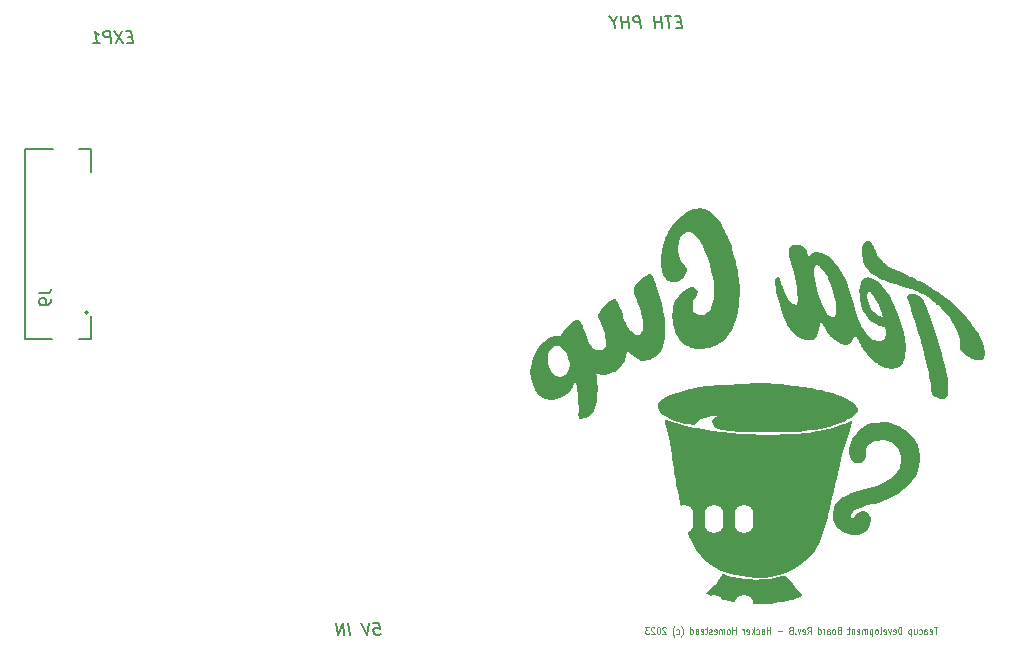
<source format=gbr>
%TF.GenerationSoftware,KiCad,Pcbnew,7.0.1*%
%TF.CreationDate,2023-09-20T00:41:55-04:00*%
%TF.ProjectId,Teacup.kicad_pcb-revB,54656163-7570-42e6-9b69-6361645f7063,B*%
%TF.SameCoordinates,Original*%
%TF.FileFunction,Legend,Bot*%
%TF.FilePolarity,Positive*%
%FSLAX46Y46*%
G04 Gerber Fmt 4.6, Leading zero omitted, Abs format (unit mm)*
G04 Created by KiCad (PCBNEW 7.0.1) date 2023-09-20 00:41:55*
%MOMM*%
%LPD*%
G01*
G04 APERTURE LIST*
%ADD10C,0.120000*%
%ADD11C,0.150000*%
%ADD12C,0.127000*%
%ADD13C,0.800000*%
%ADD14C,5.400000*%
%ADD15R,1.700000X1.700000*%
%ADD16O,1.700000X1.700000*%
%ADD17C,0.650000*%
%ADD18O,1.000000X2.100000*%
%ADD19O,1.000000X1.600000*%
%ADD20C,1.500000*%
%ADD21C,3.000000*%
%ADD22R,1.600000X2.400000*%
%ADD23O,1.600000X2.400000*%
%ADD24R,4.400000X1.800000*%
%ADD25O,4.000000X1.800000*%
%ADD26O,1.800000X4.000000*%
%ADD27R,1.300000X0.300000*%
%ADD28R,1.800000X2.000000*%
G04 APERTURE END LIST*
D10*
X74580947Y-49977571D02*
X74295233Y-49977571D01*
X74438090Y-50577571D02*
X74438090Y-49977571D01*
X73938091Y-50549000D02*
X73985710Y-50577571D01*
X73985710Y-50577571D02*
X74080948Y-50577571D01*
X74080948Y-50577571D02*
X74128567Y-50549000D01*
X74128567Y-50549000D02*
X74152376Y-50491857D01*
X74152376Y-50491857D02*
X74152376Y-50263285D01*
X74152376Y-50263285D02*
X74128567Y-50206142D01*
X74128567Y-50206142D02*
X74080948Y-50177571D01*
X74080948Y-50177571D02*
X73985710Y-50177571D01*
X73985710Y-50177571D02*
X73938091Y-50206142D01*
X73938091Y-50206142D02*
X73914281Y-50263285D01*
X73914281Y-50263285D02*
X73914281Y-50320428D01*
X73914281Y-50320428D02*
X74152376Y-50377571D01*
X73485710Y-50577571D02*
X73485710Y-50263285D01*
X73485710Y-50263285D02*
X73509520Y-50206142D01*
X73509520Y-50206142D02*
X73557139Y-50177571D01*
X73557139Y-50177571D02*
X73652377Y-50177571D01*
X73652377Y-50177571D02*
X73699996Y-50206142D01*
X73485710Y-50549000D02*
X73533329Y-50577571D01*
X73533329Y-50577571D02*
X73652377Y-50577571D01*
X73652377Y-50577571D02*
X73699996Y-50549000D01*
X73699996Y-50549000D02*
X73723805Y-50491857D01*
X73723805Y-50491857D02*
X73723805Y-50434714D01*
X73723805Y-50434714D02*
X73699996Y-50377571D01*
X73699996Y-50377571D02*
X73652377Y-50349000D01*
X73652377Y-50349000D02*
X73533329Y-50349000D01*
X73533329Y-50349000D02*
X73485710Y-50320428D01*
X73033329Y-50549000D02*
X73080948Y-50577571D01*
X73080948Y-50577571D02*
X73176186Y-50577571D01*
X73176186Y-50577571D02*
X73223805Y-50549000D01*
X73223805Y-50549000D02*
X73247615Y-50520428D01*
X73247615Y-50520428D02*
X73271424Y-50463285D01*
X73271424Y-50463285D02*
X73271424Y-50291857D01*
X73271424Y-50291857D02*
X73247615Y-50234714D01*
X73247615Y-50234714D02*
X73223805Y-50206142D01*
X73223805Y-50206142D02*
X73176186Y-50177571D01*
X73176186Y-50177571D02*
X73080948Y-50177571D01*
X73080948Y-50177571D02*
X73033329Y-50206142D01*
X72604758Y-50177571D02*
X72604758Y-50577571D01*
X72819044Y-50177571D02*
X72819044Y-50491857D01*
X72819044Y-50491857D02*
X72795234Y-50549000D01*
X72795234Y-50549000D02*
X72747615Y-50577571D01*
X72747615Y-50577571D02*
X72676187Y-50577571D01*
X72676187Y-50577571D02*
X72628568Y-50549000D01*
X72628568Y-50549000D02*
X72604758Y-50520428D01*
X72366663Y-50177571D02*
X72366663Y-50777571D01*
X72366663Y-50206142D02*
X72319044Y-50177571D01*
X72319044Y-50177571D02*
X72223806Y-50177571D01*
X72223806Y-50177571D02*
X72176187Y-50206142D01*
X72176187Y-50206142D02*
X72152377Y-50234714D01*
X72152377Y-50234714D02*
X72128568Y-50291857D01*
X72128568Y-50291857D02*
X72128568Y-50463285D01*
X72128568Y-50463285D02*
X72152377Y-50520428D01*
X72152377Y-50520428D02*
X72176187Y-50549000D01*
X72176187Y-50549000D02*
X72223806Y-50577571D01*
X72223806Y-50577571D02*
X72319044Y-50577571D01*
X72319044Y-50577571D02*
X72366663Y-50549000D01*
X71533330Y-50577571D02*
X71533330Y-49977571D01*
X71533330Y-49977571D02*
X71414282Y-49977571D01*
X71414282Y-49977571D02*
X71342854Y-50006142D01*
X71342854Y-50006142D02*
X71295235Y-50063285D01*
X71295235Y-50063285D02*
X71271425Y-50120428D01*
X71271425Y-50120428D02*
X71247616Y-50234714D01*
X71247616Y-50234714D02*
X71247616Y-50320428D01*
X71247616Y-50320428D02*
X71271425Y-50434714D01*
X71271425Y-50434714D02*
X71295235Y-50491857D01*
X71295235Y-50491857D02*
X71342854Y-50549000D01*
X71342854Y-50549000D02*
X71414282Y-50577571D01*
X71414282Y-50577571D02*
X71533330Y-50577571D01*
X70842854Y-50549000D02*
X70890473Y-50577571D01*
X70890473Y-50577571D02*
X70985711Y-50577571D01*
X70985711Y-50577571D02*
X71033330Y-50549000D01*
X71033330Y-50549000D02*
X71057139Y-50491857D01*
X71057139Y-50491857D02*
X71057139Y-50263285D01*
X71057139Y-50263285D02*
X71033330Y-50206142D01*
X71033330Y-50206142D02*
X70985711Y-50177571D01*
X70985711Y-50177571D02*
X70890473Y-50177571D01*
X70890473Y-50177571D02*
X70842854Y-50206142D01*
X70842854Y-50206142D02*
X70819044Y-50263285D01*
X70819044Y-50263285D02*
X70819044Y-50320428D01*
X70819044Y-50320428D02*
X71057139Y-50377571D01*
X70652378Y-50177571D02*
X70533330Y-50577571D01*
X70533330Y-50577571D02*
X70414283Y-50177571D01*
X70033331Y-50549000D02*
X70080950Y-50577571D01*
X70080950Y-50577571D02*
X70176188Y-50577571D01*
X70176188Y-50577571D02*
X70223807Y-50549000D01*
X70223807Y-50549000D02*
X70247616Y-50491857D01*
X70247616Y-50491857D02*
X70247616Y-50263285D01*
X70247616Y-50263285D02*
X70223807Y-50206142D01*
X70223807Y-50206142D02*
X70176188Y-50177571D01*
X70176188Y-50177571D02*
X70080950Y-50177571D01*
X70080950Y-50177571D02*
X70033331Y-50206142D01*
X70033331Y-50206142D02*
X70009521Y-50263285D01*
X70009521Y-50263285D02*
X70009521Y-50320428D01*
X70009521Y-50320428D02*
X70247616Y-50377571D01*
X69723807Y-50577571D02*
X69771426Y-50549000D01*
X69771426Y-50549000D02*
X69795236Y-50491857D01*
X69795236Y-50491857D02*
X69795236Y-49977571D01*
X69461902Y-50577571D02*
X69509521Y-50549000D01*
X69509521Y-50549000D02*
X69533331Y-50520428D01*
X69533331Y-50520428D02*
X69557140Y-50463285D01*
X69557140Y-50463285D02*
X69557140Y-50291857D01*
X69557140Y-50291857D02*
X69533331Y-50234714D01*
X69533331Y-50234714D02*
X69509521Y-50206142D01*
X69509521Y-50206142D02*
X69461902Y-50177571D01*
X69461902Y-50177571D02*
X69390474Y-50177571D01*
X69390474Y-50177571D02*
X69342855Y-50206142D01*
X69342855Y-50206142D02*
X69319045Y-50234714D01*
X69319045Y-50234714D02*
X69295236Y-50291857D01*
X69295236Y-50291857D02*
X69295236Y-50463285D01*
X69295236Y-50463285D02*
X69319045Y-50520428D01*
X69319045Y-50520428D02*
X69342855Y-50549000D01*
X69342855Y-50549000D02*
X69390474Y-50577571D01*
X69390474Y-50577571D02*
X69461902Y-50577571D01*
X69080950Y-50177571D02*
X69080950Y-50777571D01*
X69080950Y-50206142D02*
X69033331Y-50177571D01*
X69033331Y-50177571D02*
X68938093Y-50177571D01*
X68938093Y-50177571D02*
X68890474Y-50206142D01*
X68890474Y-50206142D02*
X68866664Y-50234714D01*
X68866664Y-50234714D02*
X68842855Y-50291857D01*
X68842855Y-50291857D02*
X68842855Y-50463285D01*
X68842855Y-50463285D02*
X68866664Y-50520428D01*
X68866664Y-50520428D02*
X68890474Y-50549000D01*
X68890474Y-50549000D02*
X68938093Y-50577571D01*
X68938093Y-50577571D02*
X69033331Y-50577571D01*
X69033331Y-50577571D02*
X69080950Y-50549000D01*
X68628569Y-50577571D02*
X68628569Y-50177571D01*
X68628569Y-50234714D02*
X68604759Y-50206142D01*
X68604759Y-50206142D02*
X68557140Y-50177571D01*
X68557140Y-50177571D02*
X68485712Y-50177571D01*
X68485712Y-50177571D02*
X68438093Y-50206142D01*
X68438093Y-50206142D02*
X68414283Y-50263285D01*
X68414283Y-50263285D02*
X68414283Y-50577571D01*
X68414283Y-50263285D02*
X68390474Y-50206142D01*
X68390474Y-50206142D02*
X68342855Y-50177571D01*
X68342855Y-50177571D02*
X68271426Y-50177571D01*
X68271426Y-50177571D02*
X68223807Y-50206142D01*
X68223807Y-50206142D02*
X68199997Y-50263285D01*
X68199997Y-50263285D02*
X68199997Y-50577571D01*
X67771426Y-50549000D02*
X67819045Y-50577571D01*
X67819045Y-50577571D02*
X67914283Y-50577571D01*
X67914283Y-50577571D02*
X67961902Y-50549000D01*
X67961902Y-50549000D02*
X67985711Y-50491857D01*
X67985711Y-50491857D02*
X67985711Y-50263285D01*
X67985711Y-50263285D02*
X67961902Y-50206142D01*
X67961902Y-50206142D02*
X67914283Y-50177571D01*
X67914283Y-50177571D02*
X67819045Y-50177571D01*
X67819045Y-50177571D02*
X67771426Y-50206142D01*
X67771426Y-50206142D02*
X67747616Y-50263285D01*
X67747616Y-50263285D02*
X67747616Y-50320428D01*
X67747616Y-50320428D02*
X67985711Y-50377571D01*
X67533331Y-50177571D02*
X67533331Y-50577571D01*
X67533331Y-50234714D02*
X67509521Y-50206142D01*
X67509521Y-50206142D02*
X67461902Y-50177571D01*
X67461902Y-50177571D02*
X67390474Y-50177571D01*
X67390474Y-50177571D02*
X67342855Y-50206142D01*
X67342855Y-50206142D02*
X67319045Y-50263285D01*
X67319045Y-50263285D02*
X67319045Y-50577571D01*
X67152378Y-50177571D02*
X66961902Y-50177571D01*
X67080950Y-49977571D02*
X67080950Y-50491857D01*
X67080950Y-50491857D02*
X67057140Y-50549000D01*
X67057140Y-50549000D02*
X67009521Y-50577571D01*
X67009521Y-50577571D02*
X66961902Y-50577571D01*
X66247617Y-50263285D02*
X66176189Y-50291857D01*
X66176189Y-50291857D02*
X66152379Y-50320428D01*
X66152379Y-50320428D02*
X66128570Y-50377571D01*
X66128570Y-50377571D02*
X66128570Y-50463285D01*
X66128570Y-50463285D02*
X66152379Y-50520428D01*
X66152379Y-50520428D02*
X66176189Y-50549000D01*
X66176189Y-50549000D02*
X66223808Y-50577571D01*
X66223808Y-50577571D02*
X66414284Y-50577571D01*
X66414284Y-50577571D02*
X66414284Y-49977571D01*
X66414284Y-49977571D02*
X66247617Y-49977571D01*
X66247617Y-49977571D02*
X66199998Y-50006142D01*
X66199998Y-50006142D02*
X66176189Y-50034714D01*
X66176189Y-50034714D02*
X66152379Y-50091857D01*
X66152379Y-50091857D02*
X66152379Y-50149000D01*
X66152379Y-50149000D02*
X66176189Y-50206142D01*
X66176189Y-50206142D02*
X66199998Y-50234714D01*
X66199998Y-50234714D02*
X66247617Y-50263285D01*
X66247617Y-50263285D02*
X66414284Y-50263285D01*
X65842855Y-50577571D02*
X65890474Y-50549000D01*
X65890474Y-50549000D02*
X65914284Y-50520428D01*
X65914284Y-50520428D02*
X65938093Y-50463285D01*
X65938093Y-50463285D02*
X65938093Y-50291857D01*
X65938093Y-50291857D02*
X65914284Y-50234714D01*
X65914284Y-50234714D02*
X65890474Y-50206142D01*
X65890474Y-50206142D02*
X65842855Y-50177571D01*
X65842855Y-50177571D02*
X65771427Y-50177571D01*
X65771427Y-50177571D02*
X65723808Y-50206142D01*
X65723808Y-50206142D02*
X65699998Y-50234714D01*
X65699998Y-50234714D02*
X65676189Y-50291857D01*
X65676189Y-50291857D02*
X65676189Y-50463285D01*
X65676189Y-50463285D02*
X65699998Y-50520428D01*
X65699998Y-50520428D02*
X65723808Y-50549000D01*
X65723808Y-50549000D02*
X65771427Y-50577571D01*
X65771427Y-50577571D02*
X65842855Y-50577571D01*
X65247617Y-50577571D02*
X65247617Y-50263285D01*
X65247617Y-50263285D02*
X65271427Y-50206142D01*
X65271427Y-50206142D02*
X65319046Y-50177571D01*
X65319046Y-50177571D02*
X65414284Y-50177571D01*
X65414284Y-50177571D02*
X65461903Y-50206142D01*
X65247617Y-50549000D02*
X65295236Y-50577571D01*
X65295236Y-50577571D02*
X65414284Y-50577571D01*
X65414284Y-50577571D02*
X65461903Y-50549000D01*
X65461903Y-50549000D02*
X65485712Y-50491857D01*
X65485712Y-50491857D02*
X65485712Y-50434714D01*
X65485712Y-50434714D02*
X65461903Y-50377571D01*
X65461903Y-50377571D02*
X65414284Y-50349000D01*
X65414284Y-50349000D02*
X65295236Y-50349000D01*
X65295236Y-50349000D02*
X65247617Y-50320428D01*
X65009522Y-50577571D02*
X65009522Y-50177571D01*
X65009522Y-50291857D02*
X64985712Y-50234714D01*
X64985712Y-50234714D02*
X64961903Y-50206142D01*
X64961903Y-50206142D02*
X64914284Y-50177571D01*
X64914284Y-50177571D02*
X64866665Y-50177571D01*
X64485712Y-50577571D02*
X64485712Y-49977571D01*
X64485712Y-50549000D02*
X64533331Y-50577571D01*
X64533331Y-50577571D02*
X64628569Y-50577571D01*
X64628569Y-50577571D02*
X64676188Y-50549000D01*
X64676188Y-50549000D02*
X64699998Y-50520428D01*
X64699998Y-50520428D02*
X64723807Y-50463285D01*
X64723807Y-50463285D02*
X64723807Y-50291857D01*
X64723807Y-50291857D02*
X64699998Y-50234714D01*
X64699998Y-50234714D02*
X64676188Y-50206142D01*
X64676188Y-50206142D02*
X64628569Y-50177571D01*
X64628569Y-50177571D02*
X64533331Y-50177571D01*
X64533331Y-50177571D02*
X64485712Y-50206142D01*
X63580951Y-50577571D02*
X63747617Y-50291857D01*
X63866665Y-50577571D02*
X63866665Y-49977571D01*
X63866665Y-49977571D02*
X63676189Y-49977571D01*
X63676189Y-49977571D02*
X63628570Y-50006142D01*
X63628570Y-50006142D02*
X63604760Y-50034714D01*
X63604760Y-50034714D02*
X63580951Y-50091857D01*
X63580951Y-50091857D02*
X63580951Y-50177571D01*
X63580951Y-50177571D02*
X63604760Y-50234714D01*
X63604760Y-50234714D02*
X63628570Y-50263285D01*
X63628570Y-50263285D02*
X63676189Y-50291857D01*
X63676189Y-50291857D02*
X63866665Y-50291857D01*
X63176189Y-50549000D02*
X63223808Y-50577571D01*
X63223808Y-50577571D02*
X63319046Y-50577571D01*
X63319046Y-50577571D02*
X63366665Y-50549000D01*
X63366665Y-50549000D02*
X63390474Y-50491857D01*
X63390474Y-50491857D02*
X63390474Y-50263285D01*
X63390474Y-50263285D02*
X63366665Y-50206142D01*
X63366665Y-50206142D02*
X63319046Y-50177571D01*
X63319046Y-50177571D02*
X63223808Y-50177571D01*
X63223808Y-50177571D02*
X63176189Y-50206142D01*
X63176189Y-50206142D02*
X63152379Y-50263285D01*
X63152379Y-50263285D02*
X63152379Y-50320428D01*
X63152379Y-50320428D02*
X63390474Y-50377571D01*
X62985713Y-50177571D02*
X62866665Y-50577571D01*
X62866665Y-50577571D02*
X62747618Y-50177571D01*
X62557142Y-50520428D02*
X62533332Y-50549000D01*
X62533332Y-50549000D02*
X62557142Y-50577571D01*
X62557142Y-50577571D02*
X62580951Y-50549000D01*
X62580951Y-50549000D02*
X62557142Y-50520428D01*
X62557142Y-50520428D02*
X62557142Y-50577571D01*
X62152380Y-50263285D02*
X62080952Y-50291857D01*
X62080952Y-50291857D02*
X62057142Y-50320428D01*
X62057142Y-50320428D02*
X62033333Y-50377571D01*
X62033333Y-50377571D02*
X62033333Y-50463285D01*
X62033333Y-50463285D02*
X62057142Y-50520428D01*
X62057142Y-50520428D02*
X62080952Y-50549000D01*
X62080952Y-50549000D02*
X62128571Y-50577571D01*
X62128571Y-50577571D02*
X62319047Y-50577571D01*
X62319047Y-50577571D02*
X62319047Y-49977571D01*
X62319047Y-49977571D02*
X62152380Y-49977571D01*
X62152380Y-49977571D02*
X62104761Y-50006142D01*
X62104761Y-50006142D02*
X62080952Y-50034714D01*
X62080952Y-50034714D02*
X62057142Y-50091857D01*
X62057142Y-50091857D02*
X62057142Y-50149000D01*
X62057142Y-50149000D02*
X62080952Y-50206142D01*
X62080952Y-50206142D02*
X62104761Y-50234714D01*
X62104761Y-50234714D02*
X62152380Y-50263285D01*
X62152380Y-50263285D02*
X62319047Y-50263285D01*
X61438095Y-50349000D02*
X61057143Y-50349000D01*
X60438095Y-50577571D02*
X60438095Y-49977571D01*
X60438095Y-50263285D02*
X60152381Y-50263285D01*
X60152381Y-50577571D02*
X60152381Y-49977571D01*
X59699999Y-50577571D02*
X59699999Y-50263285D01*
X59699999Y-50263285D02*
X59723809Y-50206142D01*
X59723809Y-50206142D02*
X59771428Y-50177571D01*
X59771428Y-50177571D02*
X59866666Y-50177571D01*
X59866666Y-50177571D02*
X59914285Y-50206142D01*
X59699999Y-50549000D02*
X59747618Y-50577571D01*
X59747618Y-50577571D02*
X59866666Y-50577571D01*
X59866666Y-50577571D02*
X59914285Y-50549000D01*
X59914285Y-50549000D02*
X59938094Y-50491857D01*
X59938094Y-50491857D02*
X59938094Y-50434714D01*
X59938094Y-50434714D02*
X59914285Y-50377571D01*
X59914285Y-50377571D02*
X59866666Y-50349000D01*
X59866666Y-50349000D02*
X59747618Y-50349000D01*
X59747618Y-50349000D02*
X59699999Y-50320428D01*
X59247618Y-50549000D02*
X59295237Y-50577571D01*
X59295237Y-50577571D02*
X59390475Y-50577571D01*
X59390475Y-50577571D02*
X59438094Y-50549000D01*
X59438094Y-50549000D02*
X59461904Y-50520428D01*
X59461904Y-50520428D02*
X59485713Y-50463285D01*
X59485713Y-50463285D02*
X59485713Y-50291857D01*
X59485713Y-50291857D02*
X59461904Y-50234714D01*
X59461904Y-50234714D02*
X59438094Y-50206142D01*
X59438094Y-50206142D02*
X59390475Y-50177571D01*
X59390475Y-50177571D02*
X59295237Y-50177571D01*
X59295237Y-50177571D02*
X59247618Y-50206142D01*
X59033333Y-50577571D02*
X59033333Y-49977571D01*
X58985714Y-50349000D02*
X58842857Y-50577571D01*
X58842857Y-50177571D02*
X59033333Y-50406142D01*
X58438095Y-50549000D02*
X58485714Y-50577571D01*
X58485714Y-50577571D02*
X58580952Y-50577571D01*
X58580952Y-50577571D02*
X58628571Y-50549000D01*
X58628571Y-50549000D02*
X58652380Y-50491857D01*
X58652380Y-50491857D02*
X58652380Y-50263285D01*
X58652380Y-50263285D02*
X58628571Y-50206142D01*
X58628571Y-50206142D02*
X58580952Y-50177571D01*
X58580952Y-50177571D02*
X58485714Y-50177571D01*
X58485714Y-50177571D02*
X58438095Y-50206142D01*
X58438095Y-50206142D02*
X58414285Y-50263285D01*
X58414285Y-50263285D02*
X58414285Y-50320428D01*
X58414285Y-50320428D02*
X58652380Y-50377571D01*
X58200000Y-50577571D02*
X58200000Y-50177571D01*
X58200000Y-50291857D02*
X58176190Y-50234714D01*
X58176190Y-50234714D02*
X58152381Y-50206142D01*
X58152381Y-50206142D02*
X58104762Y-50177571D01*
X58104762Y-50177571D02*
X58057143Y-50177571D01*
X57509524Y-50577571D02*
X57509524Y-49977571D01*
X57509524Y-50263285D02*
X57223810Y-50263285D01*
X57223810Y-50577571D02*
X57223810Y-49977571D01*
X56914285Y-50577571D02*
X56961904Y-50549000D01*
X56961904Y-50549000D02*
X56985714Y-50520428D01*
X56985714Y-50520428D02*
X57009523Y-50463285D01*
X57009523Y-50463285D02*
X57009523Y-50291857D01*
X57009523Y-50291857D02*
X56985714Y-50234714D01*
X56985714Y-50234714D02*
X56961904Y-50206142D01*
X56961904Y-50206142D02*
X56914285Y-50177571D01*
X56914285Y-50177571D02*
X56842857Y-50177571D01*
X56842857Y-50177571D02*
X56795238Y-50206142D01*
X56795238Y-50206142D02*
X56771428Y-50234714D01*
X56771428Y-50234714D02*
X56747619Y-50291857D01*
X56747619Y-50291857D02*
X56747619Y-50463285D01*
X56747619Y-50463285D02*
X56771428Y-50520428D01*
X56771428Y-50520428D02*
X56795238Y-50549000D01*
X56795238Y-50549000D02*
X56842857Y-50577571D01*
X56842857Y-50577571D02*
X56914285Y-50577571D01*
X56533333Y-50577571D02*
X56533333Y-50177571D01*
X56533333Y-50234714D02*
X56509523Y-50206142D01*
X56509523Y-50206142D02*
X56461904Y-50177571D01*
X56461904Y-50177571D02*
X56390476Y-50177571D01*
X56390476Y-50177571D02*
X56342857Y-50206142D01*
X56342857Y-50206142D02*
X56319047Y-50263285D01*
X56319047Y-50263285D02*
X56319047Y-50577571D01*
X56319047Y-50263285D02*
X56295238Y-50206142D01*
X56295238Y-50206142D02*
X56247619Y-50177571D01*
X56247619Y-50177571D02*
X56176190Y-50177571D01*
X56176190Y-50177571D02*
X56128571Y-50206142D01*
X56128571Y-50206142D02*
X56104761Y-50263285D01*
X56104761Y-50263285D02*
X56104761Y-50577571D01*
X55676190Y-50549000D02*
X55723809Y-50577571D01*
X55723809Y-50577571D02*
X55819047Y-50577571D01*
X55819047Y-50577571D02*
X55866666Y-50549000D01*
X55866666Y-50549000D02*
X55890475Y-50491857D01*
X55890475Y-50491857D02*
X55890475Y-50263285D01*
X55890475Y-50263285D02*
X55866666Y-50206142D01*
X55866666Y-50206142D02*
X55819047Y-50177571D01*
X55819047Y-50177571D02*
X55723809Y-50177571D01*
X55723809Y-50177571D02*
X55676190Y-50206142D01*
X55676190Y-50206142D02*
X55652380Y-50263285D01*
X55652380Y-50263285D02*
X55652380Y-50320428D01*
X55652380Y-50320428D02*
X55890475Y-50377571D01*
X55461904Y-50549000D02*
X55414285Y-50577571D01*
X55414285Y-50577571D02*
X55319047Y-50577571D01*
X55319047Y-50577571D02*
X55271428Y-50549000D01*
X55271428Y-50549000D02*
X55247619Y-50491857D01*
X55247619Y-50491857D02*
X55247619Y-50463285D01*
X55247619Y-50463285D02*
X55271428Y-50406142D01*
X55271428Y-50406142D02*
X55319047Y-50377571D01*
X55319047Y-50377571D02*
X55390476Y-50377571D01*
X55390476Y-50377571D02*
X55438095Y-50349000D01*
X55438095Y-50349000D02*
X55461904Y-50291857D01*
X55461904Y-50291857D02*
X55461904Y-50263285D01*
X55461904Y-50263285D02*
X55438095Y-50206142D01*
X55438095Y-50206142D02*
X55390476Y-50177571D01*
X55390476Y-50177571D02*
X55319047Y-50177571D01*
X55319047Y-50177571D02*
X55271428Y-50206142D01*
X55104761Y-50177571D02*
X54914285Y-50177571D01*
X55033333Y-49977571D02*
X55033333Y-50491857D01*
X55033333Y-50491857D02*
X55009523Y-50549000D01*
X55009523Y-50549000D02*
X54961904Y-50577571D01*
X54961904Y-50577571D02*
X54914285Y-50577571D01*
X54557143Y-50549000D02*
X54604762Y-50577571D01*
X54604762Y-50577571D02*
X54700000Y-50577571D01*
X54700000Y-50577571D02*
X54747619Y-50549000D01*
X54747619Y-50549000D02*
X54771428Y-50491857D01*
X54771428Y-50491857D02*
X54771428Y-50263285D01*
X54771428Y-50263285D02*
X54747619Y-50206142D01*
X54747619Y-50206142D02*
X54700000Y-50177571D01*
X54700000Y-50177571D02*
X54604762Y-50177571D01*
X54604762Y-50177571D02*
X54557143Y-50206142D01*
X54557143Y-50206142D02*
X54533333Y-50263285D01*
X54533333Y-50263285D02*
X54533333Y-50320428D01*
X54533333Y-50320428D02*
X54771428Y-50377571D01*
X54104762Y-50577571D02*
X54104762Y-50263285D01*
X54104762Y-50263285D02*
X54128572Y-50206142D01*
X54128572Y-50206142D02*
X54176191Y-50177571D01*
X54176191Y-50177571D02*
X54271429Y-50177571D01*
X54271429Y-50177571D02*
X54319048Y-50206142D01*
X54104762Y-50549000D02*
X54152381Y-50577571D01*
X54152381Y-50577571D02*
X54271429Y-50577571D01*
X54271429Y-50577571D02*
X54319048Y-50549000D01*
X54319048Y-50549000D02*
X54342857Y-50491857D01*
X54342857Y-50491857D02*
X54342857Y-50434714D01*
X54342857Y-50434714D02*
X54319048Y-50377571D01*
X54319048Y-50377571D02*
X54271429Y-50349000D01*
X54271429Y-50349000D02*
X54152381Y-50349000D01*
X54152381Y-50349000D02*
X54104762Y-50320428D01*
X53652381Y-50577571D02*
X53652381Y-49977571D01*
X53652381Y-50549000D02*
X53700000Y-50577571D01*
X53700000Y-50577571D02*
X53795238Y-50577571D01*
X53795238Y-50577571D02*
X53842857Y-50549000D01*
X53842857Y-50549000D02*
X53866667Y-50520428D01*
X53866667Y-50520428D02*
X53890476Y-50463285D01*
X53890476Y-50463285D02*
X53890476Y-50291857D01*
X53890476Y-50291857D02*
X53866667Y-50234714D01*
X53866667Y-50234714D02*
X53842857Y-50206142D01*
X53842857Y-50206142D02*
X53795238Y-50177571D01*
X53795238Y-50177571D02*
X53700000Y-50177571D01*
X53700000Y-50177571D02*
X53652381Y-50206142D01*
X52890477Y-50806142D02*
X52914286Y-50777571D01*
X52914286Y-50777571D02*
X52961905Y-50691857D01*
X52961905Y-50691857D02*
X52985715Y-50634714D01*
X52985715Y-50634714D02*
X53009524Y-50549000D01*
X53009524Y-50549000D02*
X53033334Y-50406142D01*
X53033334Y-50406142D02*
X53033334Y-50291857D01*
X53033334Y-50291857D02*
X53009524Y-50149000D01*
X53009524Y-50149000D02*
X52985715Y-50063285D01*
X52985715Y-50063285D02*
X52961905Y-50006142D01*
X52961905Y-50006142D02*
X52914286Y-49920428D01*
X52914286Y-49920428D02*
X52890477Y-49891857D01*
X52485715Y-50549000D02*
X52533334Y-50577571D01*
X52533334Y-50577571D02*
X52628572Y-50577571D01*
X52628572Y-50577571D02*
X52676191Y-50549000D01*
X52676191Y-50549000D02*
X52700001Y-50520428D01*
X52700001Y-50520428D02*
X52723810Y-50463285D01*
X52723810Y-50463285D02*
X52723810Y-50291857D01*
X52723810Y-50291857D02*
X52700001Y-50234714D01*
X52700001Y-50234714D02*
X52676191Y-50206142D01*
X52676191Y-50206142D02*
X52628572Y-50177571D01*
X52628572Y-50177571D02*
X52533334Y-50177571D01*
X52533334Y-50177571D02*
X52485715Y-50206142D01*
X52319049Y-50806142D02*
X52295239Y-50777571D01*
X52295239Y-50777571D02*
X52247620Y-50691857D01*
X52247620Y-50691857D02*
X52223811Y-50634714D01*
X52223811Y-50634714D02*
X52200001Y-50549000D01*
X52200001Y-50549000D02*
X52176192Y-50406142D01*
X52176192Y-50406142D02*
X52176192Y-50291857D01*
X52176192Y-50291857D02*
X52200001Y-50149000D01*
X52200001Y-50149000D02*
X52223811Y-50063285D01*
X52223811Y-50063285D02*
X52247620Y-50006142D01*
X52247620Y-50006142D02*
X52295239Y-49920428D01*
X52295239Y-49920428D02*
X52319049Y-49891857D01*
X51580954Y-50034714D02*
X51557145Y-50006142D01*
X51557145Y-50006142D02*
X51509526Y-49977571D01*
X51509526Y-49977571D02*
X51390478Y-49977571D01*
X51390478Y-49977571D02*
X51342859Y-50006142D01*
X51342859Y-50006142D02*
X51319050Y-50034714D01*
X51319050Y-50034714D02*
X51295240Y-50091857D01*
X51295240Y-50091857D02*
X51295240Y-50149000D01*
X51295240Y-50149000D02*
X51319050Y-50234714D01*
X51319050Y-50234714D02*
X51604764Y-50577571D01*
X51604764Y-50577571D02*
X51295240Y-50577571D01*
X50985717Y-49977571D02*
X50938098Y-49977571D01*
X50938098Y-49977571D02*
X50890479Y-50006142D01*
X50890479Y-50006142D02*
X50866669Y-50034714D01*
X50866669Y-50034714D02*
X50842860Y-50091857D01*
X50842860Y-50091857D02*
X50819050Y-50206142D01*
X50819050Y-50206142D02*
X50819050Y-50349000D01*
X50819050Y-50349000D02*
X50842860Y-50463285D01*
X50842860Y-50463285D02*
X50866669Y-50520428D01*
X50866669Y-50520428D02*
X50890479Y-50549000D01*
X50890479Y-50549000D02*
X50938098Y-50577571D01*
X50938098Y-50577571D02*
X50985717Y-50577571D01*
X50985717Y-50577571D02*
X51033336Y-50549000D01*
X51033336Y-50549000D02*
X51057145Y-50520428D01*
X51057145Y-50520428D02*
X51080955Y-50463285D01*
X51080955Y-50463285D02*
X51104764Y-50349000D01*
X51104764Y-50349000D02*
X51104764Y-50206142D01*
X51104764Y-50206142D02*
X51080955Y-50091857D01*
X51080955Y-50091857D02*
X51057145Y-50034714D01*
X51057145Y-50034714D02*
X51033336Y-50006142D01*
X51033336Y-50006142D02*
X50985717Y-49977571D01*
X50628574Y-50034714D02*
X50604765Y-50006142D01*
X50604765Y-50006142D02*
X50557146Y-49977571D01*
X50557146Y-49977571D02*
X50438098Y-49977571D01*
X50438098Y-49977571D02*
X50390479Y-50006142D01*
X50390479Y-50006142D02*
X50366670Y-50034714D01*
X50366670Y-50034714D02*
X50342860Y-50091857D01*
X50342860Y-50091857D02*
X50342860Y-50149000D01*
X50342860Y-50149000D02*
X50366670Y-50234714D01*
X50366670Y-50234714D02*
X50652384Y-50577571D01*
X50652384Y-50577571D02*
X50342860Y-50577571D01*
X50176194Y-49977571D02*
X49866670Y-49977571D01*
X49866670Y-49977571D02*
X50033337Y-50206142D01*
X50033337Y-50206142D02*
X49961908Y-50206142D01*
X49961908Y-50206142D02*
X49914289Y-50234714D01*
X49914289Y-50234714D02*
X49890480Y-50263285D01*
X49890480Y-50263285D02*
X49866670Y-50320428D01*
X49866670Y-50320428D02*
X49866670Y-50463285D01*
X49866670Y-50463285D02*
X49890480Y-50520428D01*
X49890480Y-50520428D02*
X49914289Y-50549000D01*
X49914289Y-50549000D02*
X49961908Y-50577571D01*
X49961908Y-50577571D02*
X50104765Y-50577571D01*
X50104765Y-50577571D02*
X50152384Y-50549000D01*
X50152384Y-50549000D02*
X50176194Y-50520428D01*
D11*
X26802380Y-49662619D02*
X27278571Y-49662619D01*
X27278571Y-49662619D02*
X27385714Y-50138809D01*
X27385714Y-50138809D02*
X27332142Y-50091190D01*
X27332142Y-50091190D02*
X27230952Y-50043571D01*
X27230952Y-50043571D02*
X26992856Y-50043571D01*
X26992856Y-50043571D02*
X26903571Y-50091190D01*
X26903571Y-50091190D02*
X26861904Y-50138809D01*
X26861904Y-50138809D02*
X26826190Y-50234047D01*
X26826190Y-50234047D02*
X26855952Y-50472142D01*
X26855952Y-50472142D02*
X26915475Y-50567380D01*
X26915475Y-50567380D02*
X26969047Y-50615000D01*
X26969047Y-50615000D02*
X27070237Y-50662619D01*
X27070237Y-50662619D02*
X27308333Y-50662619D01*
X27308333Y-50662619D02*
X27397618Y-50615000D01*
X27397618Y-50615000D02*
X27439285Y-50567380D01*
X26474999Y-49662619D02*
X26266665Y-50662619D01*
X26266665Y-50662619D02*
X25808332Y-49662619D01*
X24844047Y-50662619D02*
X24719047Y-49662619D01*
X24373809Y-50662619D02*
X24248809Y-49662619D01*
X24248809Y-49662619D02*
X23802380Y-50662619D01*
X23802380Y-50662619D02*
X23677380Y-49662619D01*
X6405238Y-8809D02*
X6071905Y-8809D01*
X5994524Y-532619D02*
X6470715Y-532619D01*
X6470715Y-532619D02*
X6345715Y467381D01*
X6345715Y467381D02*
X5869524Y467381D01*
X5542143Y467381D02*
X5000476Y-532619D01*
X4875476Y467381D02*
X5667143Y-532619D01*
X4625476Y-532619D02*
X4500476Y467381D01*
X4500476Y467381D02*
X4119523Y467381D01*
X4119523Y467381D02*
X4030238Y419762D01*
X4030238Y419762D02*
X3988571Y372143D01*
X3988571Y372143D02*
X3952857Y276905D01*
X3952857Y276905D02*
X3970714Y134048D01*
X3970714Y134048D02*
X4030238Y38810D01*
X4030238Y38810D02*
X4083809Y-8809D01*
X4083809Y-8809D02*
X4184999Y-56428D01*
X4184999Y-56428D02*
X4565952Y-56428D01*
X3107618Y-532619D02*
X3679047Y-532619D01*
X3393332Y-532619D02*
X3268332Y467381D01*
X3268332Y467381D02*
X3381428Y324524D01*
X3381428Y324524D02*
X3488571Y229286D01*
X3488571Y229286D02*
X3589761Y181667D01*
X52874999Y1261191D02*
X52541666Y1261191D01*
X52464285Y737381D02*
X52940476Y737381D01*
X52940476Y737381D02*
X52815476Y1737381D01*
X52815476Y1737381D02*
X52339285Y1737381D01*
X52059523Y1737381D02*
X51488094Y1737381D01*
X51898809Y737381D02*
X51773809Y1737381D01*
X51285714Y737381D02*
X51160714Y1737381D01*
X51220237Y1261191D02*
X50648809Y1261191D01*
X50714285Y737381D02*
X50589285Y1737381D01*
X49482142Y737381D02*
X49357142Y1737381D01*
X49357142Y1737381D02*
X48976189Y1737381D01*
X48976189Y1737381D02*
X48886904Y1689762D01*
X48886904Y1689762D02*
X48845237Y1642143D01*
X48845237Y1642143D02*
X48809523Y1546905D01*
X48809523Y1546905D02*
X48827380Y1404048D01*
X48827380Y1404048D02*
X48886904Y1308810D01*
X48886904Y1308810D02*
X48940475Y1261191D01*
X48940475Y1261191D02*
X49041665Y1213572D01*
X49041665Y1213572D02*
X49422618Y1213572D01*
X48488094Y737381D02*
X48363094Y1737381D01*
X48422617Y1261191D02*
X47851189Y1261191D01*
X47916665Y737381D02*
X47791665Y1737381D01*
X47196427Y1213572D02*
X47255950Y737381D01*
X47464284Y1737381D02*
X47196427Y1213572D01*
X47196427Y1213572D02*
X46797617Y1737381D01*
%TO.C,J9*%
X-1487381Y-21726666D02*
X-773096Y-21726666D01*
X-773096Y-21726666D02*
X-630239Y-21679047D01*
X-630239Y-21679047D02*
X-535000Y-21583809D01*
X-535000Y-21583809D02*
X-487381Y-21440952D01*
X-487381Y-21440952D02*
X-487381Y-21345714D01*
X-487381Y-22250476D02*
X-487381Y-22440952D01*
X-487381Y-22440952D02*
X-535000Y-22536190D01*
X-535000Y-22536190D02*
X-582620Y-22583809D01*
X-582620Y-22583809D02*
X-725477Y-22679047D01*
X-725477Y-22679047D02*
X-915953Y-22726666D01*
X-915953Y-22726666D02*
X-1296905Y-22726666D01*
X-1296905Y-22726666D02*
X-1392143Y-22679047D01*
X-1392143Y-22679047D02*
X-1439762Y-22631428D01*
X-1439762Y-22631428D02*
X-1487381Y-22536190D01*
X-1487381Y-22536190D02*
X-1487381Y-22345714D01*
X-1487381Y-22345714D02*
X-1439762Y-22250476D01*
X-1439762Y-22250476D02*
X-1392143Y-22202857D01*
X-1392143Y-22202857D02*
X-1296905Y-22155238D01*
X-1296905Y-22155238D02*
X-1058810Y-22155238D01*
X-1058810Y-22155238D02*
X-963572Y-22202857D01*
X-963572Y-22202857D02*
X-915953Y-22250476D01*
X-915953Y-22250476D02*
X-868334Y-22345714D01*
X-868334Y-22345714D02*
X-868334Y-22536190D01*
X-868334Y-22536190D02*
X-915953Y-22631428D01*
X-915953Y-22631428D02*
X-963572Y-22679047D01*
X-963572Y-22679047D02*
X-1058810Y-22726666D01*
%TO.C,LOGO1*%
G36*
X56516021Y-45524309D02*
G01*
X56530348Y-45529705D01*
X56879013Y-45638824D01*
X57302011Y-45737540D01*
X57774876Y-45822500D01*
X58273145Y-45890347D01*
X58772355Y-45937727D01*
X59248041Y-45961283D01*
X59675739Y-45957662D01*
X59883235Y-45946148D01*
X60343936Y-45906566D01*
X60762878Y-45851171D01*
X61120668Y-45782817D01*
X61397916Y-45704357D01*
X61460494Y-45683053D01*
X61603679Y-45642218D01*
X61698508Y-45626147D01*
X61732155Y-45641632D01*
X61822161Y-45722556D01*
X61942186Y-45857108D01*
X62075612Y-46027597D01*
X62153348Y-46129186D01*
X62348093Y-46364901D01*
X62565526Y-46609751D01*
X62771468Y-46824592D01*
X62843430Y-46896717D01*
X63021817Y-47088816D01*
X63121091Y-47222073D01*
X63142032Y-47297482D01*
X63074141Y-47368824D01*
X62922602Y-47456319D01*
X62703214Y-47550865D01*
X62431163Y-47645036D01*
X62369018Y-47663028D01*
X62148487Y-47716237D01*
X61860694Y-47775724D01*
X61528895Y-47837463D01*
X61176350Y-47897430D01*
X60826318Y-47951601D01*
X60502056Y-47995952D01*
X60226824Y-48026457D01*
X60129886Y-48034017D01*
X59864194Y-48047491D01*
X59545107Y-48056663D01*
X59204478Y-48060767D01*
X58874162Y-48059035D01*
X58634076Y-48054343D01*
X58334171Y-48043238D01*
X58080408Y-48024126D01*
X57840290Y-47993439D01*
X57581321Y-47947611D01*
X57271006Y-47883075D01*
X56988833Y-47819557D01*
X56544446Y-47709235D01*
X56136531Y-47595389D01*
X55775437Y-47481605D01*
X55471516Y-47371466D01*
X55235115Y-47268558D01*
X55076586Y-47176463D01*
X55006278Y-47098767D01*
X55017188Y-47070876D01*
X55090297Y-46988748D01*
X55217350Y-46872926D01*
X55382089Y-46738977D01*
X55512596Y-46635890D01*
X55724134Y-46451315D01*
X55886687Y-46274237D01*
X56025191Y-46075571D01*
X56164578Y-45826233D01*
X56252629Y-45659860D01*
X56320270Y-45550214D01*
X56375151Y-45501009D01*
X56434619Y-45497341D01*
X56516021Y-45524309D01*
G37*
G36*
X72505864Y-21776253D02*
G01*
X72651922Y-21818201D01*
X72876726Y-21887898D01*
X73043997Y-21971981D01*
X73241192Y-22138754D01*
X73420987Y-22354867D01*
X73562209Y-22594284D01*
X73643683Y-22830967D01*
X73662236Y-22903226D01*
X73711826Y-23057753D01*
X73775380Y-23231756D01*
X73808417Y-23317941D01*
X73943912Y-23690077D01*
X74097514Y-24136104D01*
X74263619Y-24637883D01*
X74436628Y-25177280D01*
X74610939Y-25736155D01*
X74780950Y-26296373D01*
X74941061Y-26839797D01*
X75085671Y-27348289D01*
X75209177Y-27803712D01*
X75305980Y-28187930D01*
X75336320Y-28316639D01*
X75402968Y-28617998D01*
X75448193Y-28866579D01*
X75476310Y-29094392D01*
X75491634Y-29333443D01*
X75498480Y-29615740D01*
X75499120Y-29852784D01*
X75488446Y-30125330D01*
X75460372Y-30324123D01*
X75410860Y-30464526D01*
X75335870Y-30561905D01*
X75231361Y-30631622D01*
X75126776Y-30672536D01*
X75005917Y-30695169D01*
X74877478Y-30681424D01*
X74650558Y-30615100D01*
X74426781Y-30510540D01*
X74251831Y-30386446D01*
X74223963Y-30359732D01*
X74130053Y-30250127D01*
X74087886Y-30136670D01*
X74077345Y-29971521D01*
X74077200Y-29960202D01*
X74065366Y-29778135D01*
X74038657Y-29548697D01*
X74002448Y-29318738D01*
X73958827Y-29073244D01*
X73912348Y-28800974D01*
X73874222Y-28567259D01*
X73846099Y-28416182D01*
X73795123Y-28177724D01*
X73727178Y-27879100D01*
X73646885Y-27539295D01*
X73558865Y-27177292D01*
X73467737Y-26812075D01*
X73378121Y-26462628D01*
X73294639Y-26147936D01*
X73221910Y-25886982D01*
X73154774Y-25657054D01*
X73030012Y-25239170D01*
X72893384Y-24791077D01*
X72750602Y-24330831D01*
X72607374Y-23876486D01*
X72469411Y-23446097D01*
X72342422Y-23057719D01*
X72232117Y-22729406D01*
X72144207Y-22479214D01*
X72084612Y-22305164D01*
X72041503Y-22158584D01*
X72025049Y-22073566D01*
X72047948Y-21988837D01*
X72121151Y-21885162D01*
X72215139Y-21810639D01*
X72299091Y-21796437D01*
X72338801Y-21804987D01*
X72375739Y-21779929D01*
X72384224Y-21761435D01*
X72422111Y-21758512D01*
X72505864Y-21776253D01*
G37*
G36*
X60211859Y-29362286D02*
G01*
X60768265Y-29389879D01*
X61312719Y-29432404D01*
X61855029Y-29489597D01*
X61886354Y-29493303D01*
X62336761Y-29546537D01*
X62705861Y-29590623D01*
X63010732Y-29628421D01*
X63268449Y-29662792D01*
X63496088Y-29696599D01*
X63710727Y-29732702D01*
X63929442Y-29773962D01*
X64169309Y-29823240D01*
X64447405Y-29883398D01*
X64780805Y-29957296D01*
X65186588Y-30047796D01*
X65347003Y-30086540D01*
X65703253Y-30188445D01*
X66080740Y-30313637D01*
X66449610Y-30451290D01*
X66780009Y-30590577D01*
X67042085Y-30720673D01*
X67195060Y-30810198D01*
X67502661Y-31026535D01*
X67711320Y-31238008D01*
X67820887Y-31446231D01*
X67831212Y-31652814D01*
X67742146Y-31859369D01*
X67553537Y-32067509D01*
X67265237Y-32278846D01*
X66877096Y-32494990D01*
X66813923Y-32525934D01*
X66587346Y-32628541D01*
X66369750Y-32716233D01*
X66200765Y-32772735D01*
X66080229Y-32806878D01*
X65853098Y-32876145D01*
X65637475Y-32946729D01*
X65635068Y-32947553D01*
X65372792Y-33024233D01*
X65031472Y-33104526D01*
X64631781Y-33185003D01*
X64194390Y-33262237D01*
X63739970Y-33332798D01*
X63289195Y-33393259D01*
X62862735Y-33440192D01*
X62481262Y-33470167D01*
X62398150Y-33472903D01*
X62213922Y-33475629D01*
X61950482Y-33477606D01*
X61619428Y-33478811D01*
X61232362Y-33479220D01*
X60800882Y-33478811D01*
X60336590Y-33477560D01*
X59851085Y-33475443D01*
X59436567Y-33473053D01*
X58930225Y-33469110D01*
X58504344Y-33464112D01*
X58147380Y-33457637D01*
X57847790Y-33449263D01*
X57594033Y-33438568D01*
X57374563Y-33425131D01*
X57177838Y-33408528D01*
X56992315Y-33388339D01*
X56806451Y-33364141D01*
X56597483Y-33333461D01*
X56299663Y-33280597D01*
X56101020Y-33230511D01*
X56000928Y-33183062D01*
X55934038Y-33131217D01*
X55864300Y-33098598D01*
X55856482Y-33097379D01*
X55779439Y-33043585D01*
X55684273Y-32932203D01*
X55591232Y-32793061D01*
X55520561Y-32655989D01*
X55492505Y-32550816D01*
X55502240Y-32459796D01*
X55548384Y-32375639D01*
X55649873Y-32294045D01*
X55825480Y-32194954D01*
X56018540Y-32093955D01*
X55692899Y-32119514D01*
X55679681Y-32120617D01*
X55440181Y-32155558D01*
X55156697Y-32217622D01*
X54865102Y-32297095D01*
X54601269Y-32384259D01*
X54401070Y-32469400D01*
X54366115Y-32489726D01*
X54229577Y-32595621D01*
X54102437Y-32725884D01*
X53955816Y-32903760D01*
X53559368Y-32824149D01*
X53252246Y-32758547D01*
X52654083Y-32602199D01*
X52147368Y-32424968D01*
X51727113Y-32224253D01*
X51388331Y-31997451D01*
X51126033Y-31741960D01*
X50935231Y-31455179D01*
X50926110Y-31436410D01*
X50891143Y-31247412D01*
X50948064Y-31050238D01*
X51090778Y-30853559D01*
X51313190Y-30666046D01*
X51609206Y-30496368D01*
X51705486Y-30452076D01*
X52036731Y-30316597D01*
X52422433Y-30178159D01*
X52838233Y-30043982D01*
X53259769Y-29921287D01*
X53662681Y-29817294D01*
X54022607Y-29739225D01*
X54315187Y-29694300D01*
X55158644Y-29609642D01*
X56073289Y-29525245D01*
X56907338Y-29457646D01*
X57670596Y-29406577D01*
X58372871Y-29371773D01*
X59023969Y-29352967D01*
X59633696Y-29349894D01*
X60211859Y-29362286D01*
G37*
G36*
X51706515Y-32419663D02*
G01*
X51893220Y-32503988D01*
X51910912Y-32512859D01*
X52147227Y-32613717D01*
X52460537Y-32723409D01*
X52830823Y-32835398D01*
X53238067Y-32943148D01*
X53311889Y-32960882D01*
X53600119Y-33024404D01*
X53951328Y-33095453D01*
X54342526Y-33169942D01*
X54750723Y-33243782D01*
X55152928Y-33312885D01*
X55526150Y-33373164D01*
X55847401Y-33420531D01*
X56093688Y-33450898D01*
X56318437Y-33474585D01*
X56618211Y-33507458D01*
X56940618Y-33543805D01*
X57245956Y-33579206D01*
X57330954Y-33588758D01*
X57787567Y-33628100D01*
X58322179Y-33658019D01*
X58917003Y-33678660D01*
X59554251Y-33690167D01*
X60216135Y-33692682D01*
X60884867Y-33686350D01*
X61542659Y-33671315D01*
X62171725Y-33647720D01*
X62754275Y-33615708D01*
X63272522Y-33575424D01*
X63708678Y-33527011D01*
X63977852Y-33489621D01*
X64484363Y-33410508D01*
X64929454Y-33325626D01*
X65339377Y-33228392D01*
X65740385Y-33112222D01*
X66158732Y-32970532D01*
X66620669Y-32796738D01*
X66679399Y-32773931D01*
X66910172Y-32686195D01*
X67104767Y-32615115D01*
X67244209Y-32567485D01*
X67309525Y-32550099D01*
X67315117Y-32550362D01*
X67359387Y-32599698D01*
X67353928Y-32734598D01*
X67298670Y-32955498D01*
X67193543Y-33262828D01*
X66983421Y-33859297D01*
X66688606Y-34815859D01*
X66448224Y-35756410D01*
X66428920Y-35841364D01*
X66248274Y-36633859D01*
X66086418Y-37338905D01*
X65941110Y-37966011D01*
X65810103Y-38524687D01*
X65691156Y-39024443D01*
X65582023Y-39474788D01*
X65480460Y-39885233D01*
X65384223Y-40265286D01*
X65352570Y-40390289D01*
X65279725Y-40685222D01*
X65203201Y-41002563D01*
X65135124Y-41292308D01*
X65089100Y-41481667D01*
X64934882Y-42013604D01*
X64753167Y-42517245D01*
X64551602Y-42974625D01*
X64337831Y-43367781D01*
X64119498Y-43678751D01*
X63820443Y-44001720D01*
X63400174Y-44374283D01*
X62926211Y-44726819D01*
X62423259Y-45042629D01*
X61916018Y-45305015D01*
X61429191Y-45497279D01*
X61180808Y-45570174D01*
X60796839Y-45663387D01*
X60403332Y-45740778D01*
X60051479Y-45791420D01*
X60039776Y-45792652D01*
X59616761Y-45814649D01*
X59133944Y-45803144D01*
X58614118Y-45761555D01*
X58080074Y-45693304D01*
X57554603Y-45601810D01*
X57060498Y-45490495D01*
X56620549Y-45362777D01*
X56257549Y-45222078D01*
X55647588Y-44887941D01*
X55078365Y-44468112D01*
X54567390Y-43976324D01*
X54125935Y-43423438D01*
X53765272Y-42820316D01*
X53684431Y-42636606D01*
X53579405Y-42348370D01*
X53462435Y-41985757D01*
X53336770Y-41561550D01*
X53205663Y-41088536D01*
X53072365Y-40579500D01*
X52940125Y-40047227D01*
X52812195Y-39504504D01*
X52691827Y-38964116D01*
X52582271Y-38438847D01*
X52486779Y-37941484D01*
X52408600Y-37484813D01*
X52379201Y-37298043D01*
X52317832Y-36901852D01*
X52254643Y-36486621D01*
X52192112Y-36069209D01*
X52132714Y-35666480D01*
X52078926Y-35295293D01*
X52033225Y-34972511D01*
X51998088Y-34714995D01*
X51975991Y-34539605D01*
X51964194Y-34446159D01*
X51928618Y-34227469D01*
X51876509Y-33974889D01*
X51804294Y-33673056D01*
X51708398Y-33306609D01*
X51585247Y-32860187D01*
X51561226Y-32771457D01*
X51519106Y-32566512D01*
X51525352Y-32444109D01*
X51585857Y-32397431D01*
X51706515Y-32419663D01*
G37*
G36*
X70410022Y-32665215D02*
G01*
X70832616Y-32765138D01*
X71248520Y-32939820D01*
X71307488Y-32970158D01*
X71513508Y-33082055D01*
X71697227Y-33189929D01*
X71824655Y-33274061D01*
X71883823Y-33319761D01*
X72093452Y-33500491D01*
X72310796Y-33711287D01*
X72514157Y-33929251D01*
X72681836Y-34131483D01*
X72792134Y-34295084D01*
X72920722Y-34596009D01*
X73021966Y-35003363D01*
X73072645Y-35451288D01*
X73072922Y-35915261D01*
X73022963Y-36370758D01*
X72922931Y-36793255D01*
X72772990Y-37158227D01*
X72743561Y-37208586D01*
X72615932Y-37386760D01*
X72435454Y-37604621D01*
X72219393Y-37843526D01*
X71985017Y-38084826D01*
X71749594Y-38309876D01*
X71530391Y-38500030D01*
X71382620Y-38608572D01*
X71091022Y-38787768D01*
X70742558Y-38972312D01*
X70361706Y-39150955D01*
X69972947Y-39312447D01*
X69600760Y-39445538D01*
X69269625Y-39538978D01*
X69026826Y-39597371D01*
X68663718Y-39692920D01*
X68324430Y-39791496D01*
X68027547Y-39887315D01*
X67791653Y-39974594D01*
X67635333Y-40047549D01*
X67538835Y-40116686D01*
X67403980Y-40256481D01*
X67296188Y-40415583D01*
X67232693Y-40566910D01*
X67230727Y-40683382D01*
X67266247Y-40727501D01*
X67348480Y-40762351D01*
X67429480Y-40760248D01*
X67466075Y-40715331D01*
X67487871Y-40661223D01*
X67574078Y-40557595D01*
X67703048Y-40437634D01*
X67850177Y-40321894D01*
X67990864Y-40230930D01*
X68100506Y-40185295D01*
X68138142Y-40178821D01*
X68393012Y-40175309D01*
X68599513Y-40255700D01*
X68769018Y-40424056D01*
X68833039Y-40519637D01*
X68930386Y-40739639D01*
X68949915Y-40969040D01*
X68896667Y-41240056D01*
X68845007Y-41382898D01*
X68671238Y-41675370D01*
X68431373Y-41922232D01*
X68145360Y-42105353D01*
X67833149Y-42206603D01*
X67761729Y-42217152D01*
X67364838Y-42217495D01*
X66974713Y-42120592D01*
X66598408Y-41928934D01*
X66242980Y-41645015D01*
X66013472Y-41393554D01*
X65856458Y-41134419D01*
X65771300Y-40851024D01*
X65745852Y-40515779D01*
X65756021Y-40303178D01*
X65785999Y-40059377D01*
X65828797Y-39859605D01*
X65925537Y-39633945D01*
X66135125Y-39355125D01*
X66434767Y-39095229D01*
X66819240Y-38857373D01*
X67283324Y-38644674D01*
X67821796Y-38460249D01*
X68429436Y-38307216D01*
X68815238Y-38217354D01*
X69440853Y-38029949D01*
X69979742Y-37807217D01*
X70437646Y-37545629D01*
X70820310Y-37241657D01*
X71133476Y-36891773D01*
X71382888Y-36492447D01*
X71440976Y-36345461D01*
X71498405Y-36073871D01*
X71520604Y-35769749D01*
X71505586Y-35470289D01*
X71451358Y-35212682D01*
X71355636Y-35003164D01*
X71161597Y-34734756D01*
X70912297Y-34497577D01*
X70632438Y-34318598D01*
X70581262Y-34293925D01*
X70435591Y-34233388D01*
X70296478Y-34198974D01*
X70128406Y-34184107D01*
X69895858Y-34182210D01*
X69577391Y-34198662D01*
X69320934Y-34248642D01*
X69098586Y-34341634D01*
X68878604Y-34487155D01*
X68829370Y-34527640D01*
X68656444Y-34743310D01*
X68553799Y-35023641D01*
X68519246Y-35374040D01*
X68518817Y-35445742D01*
X68511531Y-35605878D01*
X68485188Y-35713346D01*
X68426867Y-35803727D01*
X68323645Y-35912600D01*
X68231875Y-36000363D01*
X68129200Y-36071465D01*
X68014068Y-36101143D01*
X67842698Y-36107101D01*
X67737191Y-36105450D01*
X67600669Y-36087976D01*
X67499631Y-36038996D01*
X67392569Y-35943418D01*
X67259640Y-35765585D01*
X67172136Y-35515114D01*
X67163291Y-35473115D01*
X67128710Y-35268989D01*
X67120654Y-35091046D01*
X67139816Y-34898550D01*
X67186893Y-34650764D01*
X67245750Y-34415115D01*
X67364668Y-34104286D01*
X67535476Y-33820478D01*
X67777044Y-33527786D01*
X67893424Y-33404292D01*
X68161854Y-33154635D01*
X68427001Y-32969853D01*
X68714528Y-32836928D01*
X69050101Y-32742844D01*
X69459384Y-32674587D01*
X69957249Y-32636570D01*
X70410022Y-32665215D01*
G37*
G36*
X68942395Y-17351188D02*
G01*
X69082210Y-17513450D01*
X69194238Y-17771006D01*
X69239582Y-17898999D01*
X69361344Y-18176492D01*
X69507617Y-18449052D01*
X69661240Y-18686158D01*
X69805050Y-18857287D01*
X69853084Y-18905682D01*
X69937563Y-19005468D01*
X69971006Y-19068919D01*
X69971491Y-19073366D01*
X70019250Y-19132087D01*
X70121302Y-19198817D01*
X70133886Y-19205480D01*
X70231554Y-19270105D01*
X70271597Y-19320847D01*
X70278540Y-19331036D01*
X70352143Y-19381747D01*
X70491323Y-19460933D01*
X70677606Y-19559498D01*
X70892518Y-19668348D01*
X71117584Y-19778389D01*
X71334331Y-19880527D01*
X71524283Y-19965667D01*
X71668966Y-20024714D01*
X71749907Y-20048575D01*
X71774077Y-20055367D01*
X71871013Y-20101635D01*
X72000400Y-20176392D01*
X72062890Y-20214346D01*
X72176200Y-20278608D01*
X72237968Y-20306956D01*
X72288067Y-20323496D01*
X72320068Y-20334189D01*
X72413313Y-20354494D01*
X72460430Y-20369198D01*
X72590164Y-20433606D01*
X72733946Y-20526116D01*
X72810454Y-20579093D01*
X72927332Y-20649938D01*
X72996964Y-20678426D01*
X73086304Y-20702841D01*
X73246887Y-20777399D01*
X73454691Y-20892872D01*
X73691801Y-21039941D01*
X73696530Y-21043013D01*
X73843002Y-21136224D01*
X73952776Y-21202551D01*
X74002406Y-21227811D01*
X74024936Y-21237222D01*
X74112844Y-21287118D01*
X74239401Y-21365582D01*
X74312854Y-21412350D01*
X74448291Y-21497559D01*
X74539280Y-21553452D01*
X74613788Y-21599776D01*
X74784743Y-21713863D01*
X74982557Y-21852317D01*
X75179588Y-21995283D01*
X75348192Y-22122904D01*
X75460724Y-22215323D01*
X75540434Y-22286230D01*
X75694734Y-22420135D01*
X75854018Y-22555424D01*
X75964041Y-22652660D01*
X76136342Y-22814023D01*
X76332028Y-23004126D01*
X76526429Y-23199341D01*
X76649097Y-23325007D01*
X76843058Y-23524798D01*
X76985504Y-23674084D01*
X77088932Y-23786651D01*
X77165838Y-23876287D01*
X77228716Y-23956781D01*
X77290064Y-24041919D01*
X77311458Y-24072080D01*
X77397933Y-24189408D01*
X77459100Y-24265711D01*
X77549491Y-24372318D01*
X77757568Y-24687312D01*
X77775909Y-24719531D01*
X77843674Y-24828479D01*
X77888244Y-24885010D01*
X77916277Y-24925462D01*
X77981464Y-25039717D01*
X78071696Y-25207975D01*
X78176458Y-25411046D01*
X78205416Y-25468900D01*
X78401342Y-25914291D01*
X78527827Y-26314076D01*
X78584479Y-26663319D01*
X78570904Y-26957083D01*
X78486710Y-27190431D01*
X78331503Y-27358426D01*
X78297635Y-27377050D01*
X78145432Y-27411126D01*
X77954715Y-27410600D01*
X77766577Y-27377948D01*
X77622112Y-27315648D01*
X77537232Y-27266485D01*
X77452114Y-27239645D01*
X77389516Y-27220718D01*
X77258809Y-27147033D01*
X77092041Y-27031627D01*
X76910408Y-26889410D01*
X76735104Y-26735291D01*
X76510446Y-26524205D01*
X76504432Y-26042773D01*
X76495459Y-25806005D01*
X76465772Y-25556197D01*
X76408510Y-25316645D01*
X76316399Y-25064127D01*
X76182169Y-24775418D01*
X75998547Y-24427298D01*
X75835331Y-24139373D01*
X75651101Y-23848949D01*
X75460342Y-23591917D01*
X75240080Y-23335198D01*
X75123495Y-23207210D01*
X74922535Y-22990711D01*
X74778519Y-22842719D01*
X74686115Y-22757862D01*
X74639993Y-22730769D01*
X74639739Y-22730767D01*
X74578552Y-22697434D01*
X74490602Y-22618048D01*
X74425951Y-22551474D01*
X74295023Y-22427630D01*
X74149296Y-22308976D01*
X73953846Y-22166109D01*
X73945145Y-22159950D01*
X73762924Y-22038037D01*
X73553773Y-21908360D01*
X73339830Y-21783473D01*
X73143228Y-21675930D01*
X72986105Y-21598286D01*
X72890594Y-21563093D01*
X72882395Y-21561481D01*
X72772694Y-21524126D01*
X72638757Y-21461719D01*
X72610010Y-21446936D01*
X72514486Y-21405764D01*
X72475937Y-21403156D01*
X72475774Y-21404418D01*
X72433219Y-21401242D01*
X72338165Y-21360268D01*
X72245041Y-21322814D01*
X72099375Y-21280567D01*
X71946935Y-21247165D01*
X71821770Y-21229898D01*
X71757930Y-21236054D01*
X71736131Y-21235422D01*
X71667978Y-21193206D01*
X71598565Y-21151439D01*
X71472408Y-21107174D01*
X71390713Y-21085992D01*
X71232305Y-21038142D01*
X71052874Y-20978958D01*
X70911890Y-20932968D01*
X70770078Y-20892644D01*
X70688979Y-20877121D01*
X70642300Y-20870989D01*
X70533935Y-20833138D01*
X70377790Y-20757598D01*
X70206710Y-20682525D01*
X70074423Y-20632721D01*
X70006105Y-20618426D01*
X69978321Y-20610834D01*
X69878494Y-20562248D01*
X69728173Y-20479659D01*
X69548030Y-20375351D01*
X69358740Y-20261606D01*
X69180976Y-20150709D01*
X69035412Y-20054943D01*
X68942720Y-19986593D01*
X68907556Y-19953572D01*
X68802615Y-19837937D01*
X68692512Y-19699803D01*
X68640455Y-19630647D01*
X68558577Y-19526307D01*
X68512896Y-19474359D01*
X68462157Y-19408526D01*
X68387924Y-19257721D01*
X68310938Y-19053593D01*
X68241463Y-18820856D01*
X68184699Y-18525835D01*
X68168187Y-18195271D01*
X68201467Y-17893302D01*
X68281032Y-17636177D01*
X68403377Y-17440148D01*
X68564994Y-17321465D01*
X68582279Y-17314605D01*
X68775511Y-17284735D01*
X68942395Y-17351188D01*
G37*
G36*
X54735599Y-14553850D02*
G01*
X54869792Y-14572487D01*
X54936373Y-14598886D01*
X54969034Y-14625588D01*
X55072506Y-14688829D01*
X55215470Y-14765089D01*
X55244110Y-14780073D01*
X55487568Y-14945634D01*
X55745771Y-15179536D01*
X55997320Y-15460453D01*
X56220819Y-15767061D01*
X56328161Y-15941388D01*
X56463101Y-16178132D01*
X56597661Y-16429313D01*
X56718895Y-16669937D01*
X56813853Y-16875006D01*
X56869589Y-17019527D01*
X56879798Y-17051152D01*
X56933016Y-17193064D01*
X56999847Y-17351462D01*
X57014138Y-17384846D01*
X57076876Y-17551301D01*
X57149375Y-17765770D01*
X57218673Y-17990407D01*
X57224302Y-18009689D01*
X57303846Y-18282164D01*
X57391113Y-18581080D01*
X57468204Y-18845125D01*
X57499561Y-18963940D01*
X57554591Y-19209205D01*
X57613870Y-19508513D01*
X57672086Y-19834557D01*
X57723928Y-20160026D01*
X57768073Y-20467716D01*
X57805287Y-20767518D01*
X57828314Y-21030262D01*
X57839203Y-21289254D01*
X57840003Y-21577796D01*
X57832762Y-21929192D01*
X57824091Y-22178151D01*
X57784166Y-22756420D01*
X57715210Y-23267583D01*
X57612804Y-23733531D01*
X57472528Y-24176152D01*
X57289961Y-24617337D01*
X57249073Y-24699875D01*
X57154945Y-24866350D01*
X57045286Y-25041422D01*
X56936123Y-25201033D01*
X56843487Y-25321127D01*
X56783403Y-25377647D01*
X56775993Y-25381821D01*
X56744970Y-25445192D01*
X56743742Y-25452001D01*
X56697705Y-25519534D01*
X56605426Y-25617833D01*
X56494738Y-25720738D01*
X56393475Y-25802088D01*
X56329470Y-25835721D01*
X56322617Y-25837103D01*
X56253406Y-25879422D01*
X56154637Y-25962130D01*
X56136333Y-25978702D01*
X56036270Y-26056363D01*
X55968954Y-26088566D01*
X55908073Y-26104461D01*
X55780376Y-26150235D01*
X55617751Y-26215236D01*
X55473887Y-26268579D01*
X55256032Y-26331547D01*
X55070845Y-26366524D01*
X54990184Y-26376618D01*
X54843064Y-26403732D01*
X54752881Y-26432428D01*
X54720275Y-26444223D01*
X54582956Y-26457154D01*
X54382486Y-26449265D01*
X54143179Y-26422111D01*
X53889349Y-26377245D01*
X53695979Y-26318185D01*
X53454991Y-26211170D01*
X53215849Y-26077556D01*
X53010117Y-25935150D01*
X52869360Y-25801761D01*
X52844096Y-25769015D01*
X52721901Y-25592285D01*
X52591381Y-25381513D01*
X52475301Y-25174803D01*
X52396428Y-25010257D01*
X52327833Y-24817645D01*
X52234248Y-24446941D01*
X52174351Y-24050399D01*
X52148238Y-23648019D01*
X52156007Y-23259799D01*
X52197757Y-22905736D01*
X52273584Y-22605830D01*
X52383586Y-22380079D01*
X52464774Y-22253950D01*
X52550515Y-22104537D01*
X52673557Y-21922098D01*
X52883819Y-21699280D01*
X53135114Y-21496062D01*
X53397726Y-21339286D01*
X53548585Y-21269784D01*
X53686061Y-21221691D01*
X53797644Y-21210329D01*
X53917318Y-21228448D01*
X53943201Y-21234826D01*
X54137030Y-21328402D01*
X54256777Y-21472940D01*
X54297247Y-21648335D01*
X54253245Y-21834481D01*
X54119577Y-22011272D01*
X54034856Y-22100314D01*
X53947691Y-22250061D01*
X53888971Y-22457046D01*
X53861413Y-22633803D01*
X53861971Y-22934235D01*
X53925630Y-23186871D01*
X54046891Y-23380816D01*
X54220254Y-23505173D01*
X54440217Y-23549047D01*
X54442103Y-23549050D01*
X54547137Y-23559738D01*
X54590730Y-23584936D01*
X54600865Y-23592388D01*
X54677142Y-23584200D01*
X54803649Y-23548000D01*
X54946466Y-23486445D01*
X55196015Y-23298132D01*
X55393797Y-23024285D01*
X55539735Y-22665119D01*
X55633756Y-22220850D01*
X55675784Y-21691691D01*
X55665743Y-21077859D01*
X55645077Y-20830360D01*
X55570229Y-20335261D01*
X55453346Y-19805331D01*
X55301107Y-19259843D01*
X55120192Y-18718072D01*
X54917281Y-18199291D01*
X54699054Y-17722775D01*
X54472189Y-17307797D01*
X54243367Y-16973631D01*
X54091448Y-16816599D01*
X53873625Y-16665954D01*
X53646440Y-16573637D01*
X53438461Y-16554522D01*
X53389864Y-16562970D01*
X53237301Y-16614790D01*
X53091134Y-16693074D01*
X52981320Y-16779740D01*
X52937817Y-16856706D01*
X52934315Y-16879699D01*
X52889389Y-16919330D01*
X52877065Y-16922779D01*
X52826244Y-16991651D01*
X52772517Y-17131968D01*
X52721302Y-17321389D01*
X52678014Y-17537573D01*
X52648069Y-17758179D01*
X52636883Y-17960866D01*
X52639158Y-18102305D01*
X52673266Y-18450767D01*
X52755475Y-18739883D01*
X52894975Y-18995018D01*
X53100957Y-19241532D01*
X53229895Y-19376967D01*
X53323366Y-19487866D01*
X53370396Y-19574553D01*
X53383941Y-19662094D01*
X53376955Y-19775554D01*
X53364693Y-19848458D01*
X53307060Y-20022098D01*
X53218953Y-20201796D01*
X53115688Y-20362200D01*
X53012582Y-20477958D01*
X52924950Y-20523720D01*
X52878594Y-20535061D01*
X52837278Y-20591514D01*
X52809031Y-20644513D01*
X52703802Y-20703685D01*
X52545408Y-20749421D01*
X52360157Y-20777993D01*
X52174361Y-20785672D01*
X52014330Y-20768729D01*
X51906372Y-20723437D01*
X51865809Y-20696788D01*
X51835305Y-20703406D01*
X51826377Y-20716122D01*
X51774129Y-20686792D01*
X51691624Y-20607464D01*
X51597946Y-20497469D01*
X51512179Y-20376134D01*
X51384126Y-20139728D01*
X51256565Y-19775013D01*
X51184107Y-19349893D01*
X51171259Y-19193588D01*
X51169425Y-18673409D01*
X51223581Y-18144849D01*
X51329160Y-17640979D01*
X51481597Y-17194872D01*
X51484862Y-17187195D01*
X51533309Y-17065970D01*
X51588503Y-16919330D01*
X51590629Y-16913548D01*
X51658909Y-16755464D01*
X51733136Y-16618738D01*
X51801368Y-16505762D01*
X51882698Y-16356566D01*
X51948793Y-16243446D01*
X52032550Y-16131122D01*
X52048288Y-16113264D01*
X52136692Y-16001605D01*
X52233376Y-15867259D01*
X52234073Y-15866241D01*
X52332927Y-15742202D01*
X52476084Y-15586045D01*
X52632804Y-15431321D01*
X52644261Y-15420640D01*
X52794853Y-15279770D01*
X52926875Y-15155476D01*
X53012906Y-15073565D01*
X53092017Y-15013933D01*
X53240287Y-14925707D01*
X53413695Y-14838223D01*
X53559707Y-14770129D01*
X53752198Y-14678115D01*
X53901874Y-14604114D01*
X53947138Y-14582313D01*
X54050895Y-14547626D01*
X54089743Y-14563252D01*
X54103143Y-14590478D01*
X54177416Y-14573777D01*
X54250972Y-14555210D01*
X54393827Y-14544140D01*
X54566157Y-14544044D01*
X54735599Y-14553850D01*
G37*
G36*
X47843126Y-27798917D02*
G01*
X47591469Y-28078797D01*
X47518453Y-28146615D01*
X47374677Y-28272388D01*
X47263325Y-28359406D01*
X47203900Y-28391913D01*
X47183248Y-28395158D01*
X47083686Y-28430463D01*
X46950690Y-28492111D01*
X46902348Y-28515530D01*
X46764448Y-28570385D01*
X46667511Y-28592308D01*
X46621439Y-28597941D01*
X46554086Y-28635635D01*
X46546566Y-28642778D01*
X46466624Y-28659817D01*
X46338210Y-28654012D01*
X46316374Y-28651179D01*
X46168604Y-28634128D01*
X46061440Y-28624999D01*
X46015387Y-28617833D01*
X45973767Y-28587413D01*
X45939085Y-28558169D01*
X45842102Y-28528721D01*
X45710437Y-28503551D01*
X45743124Y-28785898D01*
X45780414Y-29156575D01*
X45814795Y-29818771D01*
X45800231Y-30408427D01*
X45737452Y-30923036D01*
X45627187Y-31360089D01*
X45470168Y-31717077D01*
X45267123Y-31991492D01*
X45018781Y-32180825D01*
X44725874Y-32282567D01*
X44637154Y-32303059D01*
X44576309Y-32327701D01*
X44542884Y-32343715D01*
X44436432Y-32349946D01*
X44315615Y-32330711D01*
X44232212Y-32291463D01*
X44229087Y-32288024D01*
X44201297Y-32203707D01*
X44192780Y-32036240D01*
X44203103Y-31777952D01*
X44207398Y-31664548D01*
X44204840Y-31388225D01*
X44190057Y-31050338D01*
X44165028Y-30675352D01*
X44131734Y-30287730D01*
X44092155Y-29911936D01*
X44048270Y-29572435D01*
X44002059Y-29293689D01*
X43938731Y-28968048D01*
X43877112Y-29242938D01*
X43826057Y-29424355D01*
X43716781Y-29660894D01*
X43550664Y-29892059D01*
X43311601Y-30143498D01*
X43302067Y-30152655D01*
X43179993Y-30265032D01*
X43074274Y-30345205D01*
X42948799Y-30417154D01*
X42767455Y-30504862D01*
X42760880Y-30507936D01*
X42513524Y-30616804D01*
X42314458Y-30685018D01*
X42126637Y-30722784D01*
X41913018Y-30740312D01*
X41747183Y-30742133D01*
X41426600Y-30700117D01*
X41154134Y-30588202D01*
X40906938Y-30398629D01*
X40785457Y-30277063D01*
X40697062Y-30177465D01*
X40663313Y-30123762D01*
X40653835Y-30094790D01*
X40593918Y-30025642D01*
X40554209Y-29978383D01*
X40478815Y-29837489D01*
X40395174Y-29635130D01*
X40311430Y-29393603D01*
X40235729Y-29135207D01*
X40176216Y-28882238D01*
X40146077Y-28719064D01*
X40121615Y-28506061D01*
X40123176Y-28298389D01*
X40149095Y-28044587D01*
X40221926Y-27641971D01*
X40335991Y-27233038D01*
X40361380Y-27165964D01*
X41602196Y-27165964D01*
X41604523Y-27430989D01*
X41625976Y-27678633D01*
X41666288Y-27870978D01*
X41708218Y-27985654D01*
X41870228Y-28292825D01*
X42078584Y-28542247D01*
X42317282Y-28713209D01*
X42389374Y-28749310D01*
X42519604Y-28810479D01*
X42600635Y-28833898D01*
X42661262Y-28824811D01*
X42730278Y-28788468D01*
X42788745Y-28764965D01*
X42868403Y-28768117D01*
X42899052Y-28772652D01*
X42948514Y-28720730D01*
X42970187Y-28682662D01*
X43034238Y-28642407D01*
X43041887Y-28641953D01*
X43131995Y-28589403D01*
X43232303Y-28465637D01*
X43327343Y-28293643D01*
X43401647Y-28096409D01*
X43409190Y-28070257D01*
X43446106Y-27921809D01*
X43456823Y-27798917D01*
X43441168Y-27660872D01*
X43398968Y-27466966D01*
X43327933Y-27212403D01*
X43189528Y-26865959D01*
X43021779Y-26578408D01*
X42832264Y-26357939D01*
X42628560Y-26212738D01*
X42418243Y-26150994D01*
X42208890Y-26180895D01*
X42104287Y-26232430D01*
X41917203Y-26373897D01*
X41757230Y-26550534D01*
X41658249Y-26728639D01*
X41655988Y-26735444D01*
X41619262Y-26921476D01*
X41602196Y-27165964D01*
X40361380Y-27165964D01*
X40480945Y-26850088D01*
X40647406Y-26517847D01*
X40825990Y-26261040D01*
X40861117Y-26220735D01*
X40986487Y-26083320D01*
X41106315Y-25959975D01*
X41200343Y-25871048D01*
X41248312Y-25836884D01*
X41273297Y-25824127D01*
X41356781Y-25760548D01*
X41471488Y-25661539D01*
X41545791Y-25598996D01*
X41663313Y-25517922D01*
X41742341Y-25486194D01*
X41817175Y-25469336D01*
X41930066Y-25413633D01*
X41994888Y-25380571D01*
X42179754Y-25331205D01*
X42388320Y-25314679D01*
X42570637Y-25336970D01*
X42628700Y-25349437D01*
X42689970Y-25334700D01*
X42746243Y-25265027D01*
X42819222Y-25121616D01*
X42907856Y-24974355D01*
X43063280Y-24772174D01*
X43255190Y-24555499D01*
X43460555Y-24348716D01*
X43656344Y-24176215D01*
X43819526Y-24062383D01*
X43900006Y-24021139D01*
X44077610Y-23963002D01*
X44210628Y-23981974D01*
X44313768Y-24078536D01*
X44321988Y-24090818D01*
X44390317Y-24207456D01*
X44469151Y-24359022D01*
X44543731Y-24514868D01*
X44599301Y-24644346D01*
X44621104Y-24716809D01*
X44631672Y-24753089D01*
X44674998Y-24859973D01*
X44740385Y-25005423D01*
X44746936Y-25019596D01*
X44824805Y-25202585D01*
X44913522Y-25430442D01*
X44995141Y-25657257D01*
X45122591Y-25968954D01*
X45298657Y-26257061D01*
X45499176Y-26455089D01*
X45720969Y-26560037D01*
X45960858Y-26568906D01*
X45987052Y-26564676D01*
X46123160Y-26543145D01*
X46210847Y-26529981D01*
X46213262Y-26529577D01*
X46290020Y-26486842D01*
X46386192Y-26400501D01*
X46409328Y-26374630D01*
X46456829Y-26301676D01*
X46484099Y-26206413D01*
X46496409Y-26062912D01*
X46499028Y-25845241D01*
X46497870Y-25762183D01*
X46469472Y-25408423D01*
X46406844Y-25110454D01*
X46406115Y-25108064D01*
X46346956Y-24931279D01*
X46263779Y-24704083D01*
X46167998Y-24455475D01*
X46071024Y-24214458D01*
X45984271Y-24010030D01*
X45919152Y-23871193D01*
X45876715Y-23744603D01*
X45888502Y-23523113D01*
X45992007Y-23270136D01*
X46186065Y-22988189D01*
X46469514Y-22679791D01*
X46553077Y-22599864D01*
X46804613Y-22387961D01*
X47017262Y-22259828D01*
X47197795Y-22212105D01*
X47352978Y-22241435D01*
X47375776Y-22259976D01*
X47445565Y-22360400D01*
X47535417Y-22526782D01*
X47636599Y-22739393D01*
X47740377Y-22978507D01*
X47838018Y-23224397D01*
X47920787Y-23457335D01*
X47979951Y-23657594D01*
X47993725Y-23709034D01*
X48082466Y-23967324D01*
X48203839Y-24247029D01*
X48342997Y-24518658D01*
X48485093Y-24752715D01*
X48615281Y-24919706D01*
X48647660Y-24952336D01*
X48873563Y-25130285D01*
X49092187Y-25220522D01*
X49293990Y-25222652D01*
X49469430Y-25136279D01*
X49608964Y-24961005D01*
X49638834Y-24887427D01*
X49674557Y-24673265D01*
X49675122Y-24392656D01*
X49641951Y-24063580D01*
X49576467Y-23704019D01*
X49480093Y-23331953D01*
X49463634Y-23277106D01*
X49361243Y-22944459D01*
X49266814Y-22651769D01*
X49185155Y-22413154D01*
X49121070Y-22242736D01*
X49079366Y-22154635D01*
X49040603Y-22074496D01*
X48987006Y-21922865D01*
X48934946Y-21745427D01*
X48895711Y-21581122D01*
X48880587Y-21468891D01*
X48907861Y-21319773D01*
X49008466Y-21100511D01*
X49169383Y-20863311D01*
X49376068Y-20626458D01*
X49613974Y-20408238D01*
X49868556Y-20226937D01*
X50042545Y-20137015D01*
X50231039Y-20092995D01*
X50371671Y-20135571D01*
X50466068Y-20264846D01*
X50587678Y-20571196D01*
X50734421Y-20969601D01*
X50875297Y-21379048D01*
X50994100Y-21753846D01*
X51088234Y-22070387D01*
X51164456Y-22334340D01*
X51223452Y-22553182D01*
X51271445Y-22752890D01*
X51314657Y-22959447D01*
X51359313Y-23198831D01*
X51411634Y-23497024D01*
X51483770Y-23966439D01*
X51539995Y-24540497D01*
X51547754Y-25052515D01*
X51507085Y-25517264D01*
X51418027Y-25949520D01*
X51382063Y-26077019D01*
X51314008Y-26292157D01*
X51249296Y-26468091D01*
X51198133Y-26575752D01*
X51108509Y-26696540D01*
X50910430Y-26904561D01*
X50680752Y-27096927D01*
X50457146Y-27239876D01*
X50347518Y-27295184D01*
X50227006Y-27347684D01*
X50111638Y-27380128D01*
X49966383Y-27401570D01*
X49756213Y-27421065D01*
X49666682Y-27427507D01*
X49503295Y-27424542D01*
X49364559Y-27387454D01*
X49198704Y-27305511D01*
X48949324Y-27152939D01*
X48702844Y-26948770D01*
X48492317Y-26699411D01*
X48342030Y-26491945D01*
X48313475Y-26768615D01*
X48248303Y-27068680D01*
X48096354Y-27421194D01*
X47873297Y-27765362D01*
X47843126Y-27798917D01*
G37*
G36*
X67596677Y-23045596D02*
G01*
X67679504Y-23312803D01*
X67888067Y-23880533D01*
X68108080Y-24383153D01*
X68155123Y-24477002D01*
X68338679Y-24794160D01*
X68541675Y-25081874D01*
X68752459Y-25327559D01*
X68959378Y-25518629D01*
X69150777Y-25642501D01*
X69315004Y-25686588D01*
X69374683Y-25695705D01*
X69448523Y-25742435D01*
X69448922Y-25743064D01*
X69521438Y-25775760D01*
X69652820Y-25780403D01*
X69807595Y-25761333D01*
X69950293Y-25722888D01*
X70045441Y-25669408D01*
X70134759Y-25530573D01*
X70199141Y-25298970D01*
X70221499Y-25002160D01*
X70221138Y-24941125D01*
X70210024Y-24756778D01*
X70175878Y-24648450D01*
X70108616Y-24597283D01*
X69998157Y-24584418D01*
X69943827Y-24579680D01*
X69781618Y-24537660D01*
X69615252Y-24466308D01*
X69427517Y-24365058D01*
X69195180Y-24234766D01*
X69021832Y-24125878D01*
X68889062Y-24023550D01*
X68778463Y-23912939D01*
X68671625Y-23779202D01*
X68550139Y-23607495D01*
X68310964Y-23202961D01*
X68106131Y-22680240D01*
X67995102Y-22122578D01*
X67987691Y-21869433D01*
X68652854Y-21869433D01*
X68662319Y-22082786D01*
X68698806Y-22325809D01*
X68763484Y-22584415D01*
X68788297Y-22660959D01*
X68962883Y-23027186D01*
X69207780Y-23324104D01*
X69520118Y-23548061D01*
X69679192Y-23628167D01*
X69825531Y-23691522D01*
X69930692Y-23726339D01*
X69971006Y-23723412D01*
X69963702Y-23698085D01*
X69929383Y-23595175D01*
X69873353Y-23432736D01*
X69802731Y-23231575D01*
X69738649Y-23060614D01*
X69612631Y-22761759D01*
X69472030Y-22463406D01*
X69328749Y-22189080D01*
X69194690Y-21962304D01*
X69081755Y-21806601D01*
X69074096Y-21797725D01*
X68999641Y-21694485D01*
X68969033Y-21619869D01*
X68966452Y-21599986D01*
X68936069Y-21594766D01*
X68915720Y-21604476D01*
X68846716Y-21580932D01*
X68774911Y-21548284D01*
X68710319Y-21588094D01*
X68669244Y-21699839D01*
X68652854Y-21869433D01*
X67987691Y-21869433D01*
X67977738Y-21529470D01*
X68013707Y-21169845D01*
X68093452Y-20857159D01*
X68217273Y-20626179D01*
X68387213Y-20471623D01*
X68389943Y-20469966D01*
X68558373Y-20397272D01*
X68737603Y-20386243D01*
X68948497Y-20439062D01*
X69211919Y-20557912D01*
X69261862Y-20584412D01*
X69600993Y-20811150D01*
X69922086Y-21112803D01*
X70230314Y-21495684D01*
X70530852Y-21966104D01*
X70828874Y-22530375D01*
X70831587Y-22535952D01*
X71179493Y-23305329D01*
X71336194Y-23723412D01*
X71453978Y-24037664D01*
X71661691Y-24755926D01*
X71809281Y-25483083D01*
X71903397Y-26242106D01*
X71908526Y-26320304D01*
X71905567Y-26594264D01*
X71877371Y-26888084D01*
X71828706Y-27171798D01*
X71764341Y-27415438D01*
X71689046Y-27589038D01*
X71526951Y-27782678D01*
X71293009Y-27954909D01*
X71035682Y-28062192D01*
X70950285Y-28081890D01*
X70745023Y-28111404D01*
X70582854Y-28109490D01*
X70489589Y-28075519D01*
X70484418Y-28071547D01*
X70404218Y-28049762D01*
X70275772Y-28040485D01*
X70271841Y-28040452D01*
X70110009Y-28018467D01*
X69971006Y-27968341D01*
X69835161Y-27895928D01*
X69682939Y-27821340D01*
X69662109Y-27811237D01*
X69561185Y-27747022D01*
X69520118Y-27693089D01*
X69512571Y-27669757D01*
X69447681Y-27640434D01*
X69410048Y-27624258D01*
X69308864Y-27549993D01*
X69169162Y-27429238D01*
X69009318Y-27277219D01*
X68929375Y-27197626D01*
X68749801Y-27014862D01*
X68616574Y-26869105D01*
X68510328Y-26736886D01*
X68411698Y-26594736D01*
X68301317Y-26419183D01*
X68229573Y-26302509D01*
X68139841Y-26157411D01*
X68079663Y-26061107D01*
X68029863Y-25973698D01*
X67963937Y-25836884D01*
X67908583Y-25709923D01*
X67809073Y-25500662D01*
X67721333Y-25339296D01*
X67653868Y-25240863D01*
X67615183Y-25220395D01*
X67608680Y-25229005D01*
X67566864Y-25315002D01*
X67519663Y-25444612D01*
X67511326Y-25469274D01*
X67451085Y-25602723D01*
X67388364Y-25688715D01*
X67350923Y-25729156D01*
X67315779Y-25813883D01*
X67307041Y-25846850D01*
X67229527Y-25929071D01*
X67096413Y-26006662D01*
X66937810Y-26064204D01*
X66783830Y-26086277D01*
X66727124Y-26083553D01*
X66461476Y-26020328D01*
X66170154Y-25880760D01*
X65870577Y-25674613D01*
X65580165Y-25411651D01*
X65479241Y-25302230D01*
X65394495Y-25197331D01*
X65361933Y-25138209D01*
X65333099Y-25077875D01*
X65256164Y-24990769D01*
X65218294Y-24946430D01*
X65130912Y-24817091D01*
X65024117Y-24637723D01*
X64913073Y-24432977D01*
X64675751Y-23973723D01*
X64641796Y-24380881D01*
X64594228Y-24727111D01*
X64497410Y-25078898D01*
X64360889Y-25362196D01*
X64189414Y-25567530D01*
X63987735Y-25685428D01*
X63978806Y-25688284D01*
X63784163Y-25721110D01*
X63562486Y-25718181D01*
X63355105Y-25682995D01*
X63203353Y-25619049D01*
X63102184Y-25564052D01*
X62996150Y-25536292D01*
X62948524Y-25528472D01*
X62907100Y-25486194D01*
X62898618Y-25463143D01*
X62831941Y-25436095D01*
X62808288Y-25430733D01*
X62710378Y-25367208D01*
X62575661Y-25246140D01*
X62419504Y-25085300D01*
X62257276Y-24902458D01*
X62104346Y-24715386D01*
X61976083Y-24541853D01*
X61887854Y-24399632D01*
X61855029Y-24306492D01*
X61854942Y-24304970D01*
X61826287Y-24242268D01*
X61761786Y-24141265D01*
X61749049Y-24122129D01*
X61671151Y-23973779D01*
X61607112Y-23807890D01*
X61599082Y-23782346D01*
X61531527Y-23591388D01*
X61456744Y-23407101D01*
X61436407Y-23359602D01*
X61337390Y-23088815D01*
X61233707Y-22750721D01*
X61131733Y-22371688D01*
X61037843Y-21978086D01*
X60958411Y-21596283D01*
X60899813Y-21252649D01*
X60868423Y-20973551D01*
X60860875Y-20822479D01*
X60866142Y-20588689D01*
X60901424Y-20435395D01*
X60970272Y-20351531D01*
X61076237Y-20326036D01*
X61082928Y-20326103D01*
X61159699Y-20345978D01*
X61215801Y-20417439D01*
X61270423Y-20564004D01*
X61291811Y-20633828D01*
X61342475Y-20811475D01*
X61377902Y-20952268D01*
X61398231Y-21026651D01*
X61476404Y-21235692D01*
X61605407Y-21527747D01*
X61785808Y-21904142D01*
X61831943Y-21991196D01*
X61945927Y-22175466D01*
X62057427Y-22324245D01*
X62099319Y-22373518D01*
X62175519Y-22472508D01*
X62205720Y-22527100D01*
X62210496Y-22537336D01*
X62276512Y-22579551D01*
X62391411Y-22626621D01*
X62518308Y-22664881D01*
X62620320Y-22680671D01*
X62687938Y-22638779D01*
X62735698Y-22501928D01*
X62738474Y-22485590D01*
X62750621Y-22305699D01*
X62746379Y-22056277D01*
X62727794Y-21763016D01*
X62696908Y-21451609D01*
X62655767Y-21147746D01*
X62606415Y-20877121D01*
X62587325Y-20788420D01*
X62489039Y-20335349D01*
X62406891Y-19964518D01*
X62347622Y-19705977D01*
X64140678Y-19705977D01*
X64141063Y-19908389D01*
X64150273Y-20102380D01*
X64195320Y-20490175D01*
X64272448Y-20914790D01*
X64376313Y-21359169D01*
X64501572Y-21806257D01*
X64642880Y-22238997D01*
X64794894Y-22640333D01*
X64952270Y-22993210D01*
X65109665Y-23280571D01*
X65261735Y-23485361D01*
X65317945Y-23539728D01*
X65472897Y-23653991D01*
X65618742Y-23722074D01*
X65729757Y-23745866D01*
X65816856Y-23732730D01*
X65893229Y-23664366D01*
X65906466Y-23646785D01*
X65961741Y-23506262D01*
X65996880Y-23297456D01*
X66010294Y-23045596D01*
X66000398Y-22775912D01*
X65965605Y-22513634D01*
X65963207Y-22501185D01*
X65904399Y-22233180D01*
X65825785Y-21923519D01*
X65735481Y-21600138D01*
X65641602Y-21290971D01*
X65552265Y-21023954D01*
X65475585Y-20827022D01*
X65423769Y-20709731D01*
X65341813Y-20522849D01*
X65278160Y-20376134D01*
X65192953Y-20205931D01*
X65079772Y-20017089D01*
X64957134Y-19836995D01*
X64843332Y-19692505D01*
X64756657Y-19610473D01*
X64698673Y-19562397D01*
X64660552Y-19492258D01*
X64660493Y-19490595D01*
X64615485Y-19434908D01*
X64511886Y-19382237D01*
X64466626Y-19367905D01*
X64354365Y-19361556D01*
X64248868Y-19423102D01*
X64230881Y-19438211D01*
X64179793Y-19496967D01*
X64151656Y-19577529D01*
X64140678Y-19705977D01*
X62347622Y-19705977D01*
X62337622Y-19662353D01*
X62277971Y-19415279D01*
X62224680Y-19209724D01*
X62174487Y-19032114D01*
X62124134Y-18868875D01*
X62108376Y-18818077D01*
X62046860Y-18584179D01*
X62002699Y-18359191D01*
X61984582Y-18185651D01*
X61984198Y-18116352D01*
X61996926Y-17977641D01*
X62042426Y-17881158D01*
X62136647Y-17784862D01*
X62170536Y-17755676D01*
X62282506Y-17671338D01*
X62361077Y-17629398D01*
X62579507Y-17597835D01*
X62888750Y-17623619D01*
X63168041Y-17729187D01*
X63395562Y-17908649D01*
X63445932Y-17968114D01*
X63526679Y-18085546D01*
X63558662Y-18167617D01*
X63559360Y-18182376D01*
X63577398Y-18294366D01*
X63612144Y-18438539D01*
X63665347Y-18630135D01*
X63799735Y-18454604D01*
X63957852Y-18303563D01*
X64178660Y-18212025D01*
X64432362Y-18210833D01*
X64710651Y-18301385D01*
X64769994Y-18328764D01*
X64960175Y-18408977D01*
X65128695Y-18470994D01*
X65145421Y-18477185D01*
X65278564Y-18555432D01*
X65451631Y-18689755D01*
X65645058Y-18861197D01*
X65839279Y-19050803D01*
X66014729Y-19239616D01*
X66151843Y-19408682D01*
X66231058Y-19539044D01*
X66234234Y-19546538D01*
X66303904Y-19681037D01*
X66375075Y-19778964D01*
X66427747Y-19852878D01*
X66511319Y-19995871D01*
X66612020Y-20182347D01*
X66717409Y-20388008D01*
X66815047Y-20588556D01*
X66892493Y-20759693D01*
X66937307Y-20877121D01*
X66941162Y-20889734D01*
X66981746Y-21008819D01*
X67044840Y-21182591D01*
X67118530Y-21378107D01*
X67199141Y-21607349D01*
X67280245Y-21872426D01*
X67340081Y-22104537D01*
X67344026Y-22122354D01*
X67494215Y-22715048D01*
X67596677Y-23045596D01*
G37*
D12*
%TO.C,J9*%
X-345000Y-25640000D02*
X-2665000Y-25640000D01*
X2915000Y-25640000D02*
X1925000Y-25640000D01*
X2915000Y-23680000D02*
X2915000Y-25640000D01*
X2915000Y-11460000D02*
X2915000Y-9540000D01*
X-2685000Y-9540000D02*
X-2685000Y-25640000D01*
X-325000Y-9540000D02*
X-2645000Y-9540000D01*
X2915000Y-9540000D02*
X1925000Y-9540000D01*
X2655000Y-23340000D02*
G75*
G03*
X2655000Y-23340000I-110000J0D01*
G01*
%TD*%
%LPC*%
D13*
%TO.C,H4*%
X77975000Y0D03*
X78568109Y1431891D03*
X78568109Y-1431891D03*
X80000000Y2025000D03*
D14*
X80000000Y0D03*
D13*
X80000000Y-2025000D03*
X81431891Y1431891D03*
X81431891Y-1431891D03*
X82025000Y0D03*
%TD*%
%TO.C,H3*%
X77975000Y-50000000D03*
X78568109Y-48568109D03*
X78568109Y-51431891D03*
X80000000Y-47975000D03*
D14*
X80000000Y-50000000D03*
D13*
X80000000Y-52025000D03*
X81431891Y-48568109D03*
X81431891Y-51431891D03*
X82025000Y-50000000D03*
%TD*%
D15*
%TO.C,J12*%
X35010000Y-35590000D03*
D16*
X37550000Y-35590000D03*
X40090000Y-35590000D03*
X42630000Y-35590000D03*
%TD*%
D15*
%TO.C,J7*%
X43825000Y1175000D03*
D16*
X43825000Y-1365000D03*
X41285000Y1175000D03*
X41285000Y-1365000D03*
X38745000Y1175000D03*
X38745000Y-1365000D03*
X36205000Y1175000D03*
X36205000Y-1365000D03*
X33665000Y1175000D03*
X33665000Y-1365000D03*
X31125000Y1175000D03*
X31125000Y-1365000D03*
X28585000Y1175000D03*
X28585000Y-1365000D03*
%TD*%
D17*
%TO.C,J1*%
X11252500Y-46267500D03*
X17032500Y-46267500D03*
D18*
X9822500Y-45737500D03*
D19*
X9822500Y-49917500D03*
D18*
X18462500Y-45737500D03*
D19*
X18462500Y-49917500D03*
%TD*%
D20*
%TO.C,J10*%
X40030000Y-51495000D03*
X40030000Y-44495000D03*
%TD*%
D15*
%TO.C,J6*%
X24025000Y1175000D03*
D16*
X24025000Y-1365000D03*
X21485000Y1175000D03*
X21485000Y-1365000D03*
X18945000Y1175000D03*
X18945000Y-1365000D03*
X16405000Y1175000D03*
X16405000Y-1365000D03*
X13865000Y1175000D03*
X13865000Y-1365000D03*
X11325000Y1175000D03*
X11325000Y-1365000D03*
X8785000Y1175000D03*
X8785000Y-1365000D03*
%TD*%
D13*
%TO.C,H1*%
X-2025000Y-50000000D03*
X-1431891Y-48568109D03*
X-1431891Y-51431891D03*
X0Y-47975000D03*
D14*
X0Y-50000000D03*
D13*
X0Y-52025000D03*
X1431891Y-48568109D03*
X1431891Y-51431891D03*
X2025000Y-50000000D03*
%TD*%
D15*
%TO.C,J5*%
X81170000Y-38570000D03*
D16*
X81170000Y-41110000D03*
X81170000Y-43650000D03*
%TD*%
D15*
%TO.C,J4*%
X11525000Y-9775000D03*
D16*
X11525000Y-7235000D03*
X14065000Y-9775000D03*
X14065000Y-7235000D03*
X16605000Y-9775000D03*
X16605000Y-7235000D03*
X19145000Y-9775000D03*
X19145000Y-7235000D03*
X21685000Y-9775000D03*
X21685000Y-7235000D03*
X24225000Y-9775000D03*
X24225000Y-7235000D03*
X26765000Y-9775000D03*
X26765000Y-7235000D03*
X29305000Y-9775000D03*
X29305000Y-7235000D03*
%TD*%
D15*
%TO.C,J11*%
X10890000Y-32910000D03*
D16*
X10890000Y-35450000D03*
X10890000Y-37990000D03*
X10890000Y-40530000D03*
%TD*%
D21*
%TO.C,J3*%
X3400000Y-30530000D03*
X3400000Y-43670000D03*
%TD*%
D13*
%TO.C,H2*%
X-2025000Y0D03*
X-1431891Y1431891D03*
X-1431891Y-1431891D03*
X0Y2025000D03*
D14*
X0Y0D03*
D13*
X0Y-2025000D03*
X1431891Y1431891D03*
X1431891Y-1431891D03*
X2025000Y0D03*
%TD*%
D22*
%TO.C,U5*%
X50600000Y-48440000D03*
D23*
X53140000Y-48440000D03*
X55680000Y-48440000D03*
X58220000Y-48440000D03*
X58220000Y-40820000D03*
X55680000Y-40820000D03*
X53140000Y-40820000D03*
X50600000Y-40820000D03*
%TD*%
D24*
%TO.C,J8*%
X27740000Y-38900000D03*
D25*
X27740000Y-44700000D03*
D26*
X32540000Y-41900000D03*
%TD*%
D27*
%TO.C,J9*%
X3565000Y-23340000D03*
X3565000Y-22840000D03*
X3565000Y-22340000D03*
X3565000Y-21840000D03*
X3565000Y-21340000D03*
X3565000Y-20840000D03*
X3565000Y-20340000D03*
X3565000Y-19840000D03*
X3565000Y-19340000D03*
X3565000Y-18840000D03*
X3565000Y-18340000D03*
X3565000Y-17840000D03*
X3565000Y-17340000D03*
X3565000Y-16840000D03*
X3565000Y-16340000D03*
X3565000Y-15840000D03*
X3565000Y-15340000D03*
X3565000Y-14840000D03*
X3565000Y-14340000D03*
X3565000Y-13840000D03*
X3565000Y-13340000D03*
X3565000Y-12840000D03*
X3565000Y-12340000D03*
X3565000Y-11840000D03*
D28*
X815000Y-25140000D03*
X815000Y-10040000D03*
%TD*%
M02*

</source>
